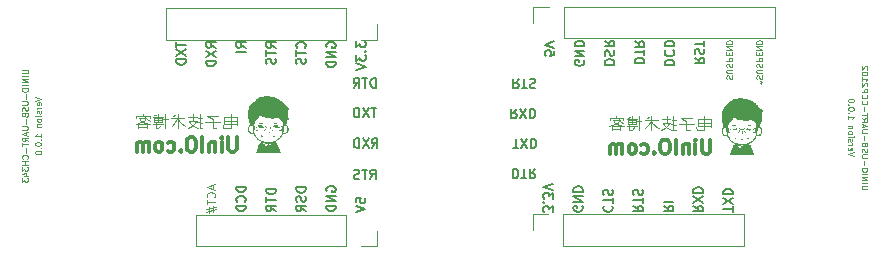
<source format=gbo>
%TF.GenerationSoftware,KiCad,Pcbnew,(6.0.8)*%
%TF.CreationDate,2022-10-12T14:39:18+08:00*%
%TF.ProjectId,UINIO-USB-UART,55494e49-4f2d-4555-9342-2d554152542e,Hank*%
%TF.SameCoordinates,Original*%
%TF.FileFunction,Legend,Bot*%
%TF.FilePolarity,Positive*%
%FSLAX46Y46*%
G04 Gerber Fmt 4.6, Leading zero omitted, Abs format (unit mm)*
G04 Created by KiCad (PCBNEW (6.0.8)) date 2022-10-12 14:39:18*
%MOMM*%
%LPD*%
G01*
G04 APERTURE LIST*
%ADD10C,0.100000*%
%ADD11C,0.200000*%
%ADD12C,0.300000*%
%ADD13C,0.120000*%
%ADD14C,1.200000*%
%ADD15C,0.650000*%
%ADD16O,2.100000X1.000000*%
%ADD17O,1.900000X1.000000*%
%ADD18O,1.200000X1.000000*%
%ADD19R,1.700000X1.700000*%
%ADD20O,1.700000X1.700000*%
G04 APERTURE END LIST*
D10*
X125886190Y-97367619D02*
X126386190Y-97534285D01*
X125886190Y-97700952D01*
X126362380Y-98058095D02*
X126386190Y-98010476D01*
X126386190Y-97915238D01*
X126362380Y-97867619D01*
X126314761Y-97843809D01*
X126124285Y-97843809D01*
X126076666Y-97867619D01*
X126052857Y-97915238D01*
X126052857Y-98010476D01*
X126076666Y-98058095D01*
X126124285Y-98081904D01*
X126171904Y-98081904D01*
X126219523Y-97843809D01*
X126386190Y-98296190D02*
X126052857Y-98296190D01*
X126148095Y-98296190D02*
X126100476Y-98320000D01*
X126076666Y-98343809D01*
X126052857Y-98391428D01*
X126052857Y-98439047D01*
X126362380Y-98581904D02*
X126386190Y-98629523D01*
X126386190Y-98724761D01*
X126362380Y-98772380D01*
X126314761Y-98796190D01*
X126290952Y-98796190D01*
X126243333Y-98772380D01*
X126219523Y-98724761D01*
X126219523Y-98653333D01*
X126195714Y-98605714D01*
X126148095Y-98581904D01*
X126124285Y-98581904D01*
X126076666Y-98605714D01*
X126052857Y-98653333D01*
X126052857Y-98724761D01*
X126076666Y-98772380D01*
X126386190Y-99010476D02*
X126052857Y-99010476D01*
X125886190Y-99010476D02*
X125910000Y-98986666D01*
X125933809Y-99010476D01*
X125910000Y-99034285D01*
X125886190Y-99010476D01*
X125933809Y-99010476D01*
X126386190Y-99320000D02*
X126362380Y-99272380D01*
X126338571Y-99248571D01*
X126290952Y-99224761D01*
X126148095Y-99224761D01*
X126100476Y-99248571D01*
X126076666Y-99272380D01*
X126052857Y-99320000D01*
X126052857Y-99391428D01*
X126076666Y-99439047D01*
X126100476Y-99462857D01*
X126148095Y-99486666D01*
X126290952Y-99486666D01*
X126338571Y-99462857D01*
X126362380Y-99439047D01*
X126386190Y-99391428D01*
X126386190Y-99320000D01*
X126052857Y-99700952D02*
X126386190Y-99700952D01*
X126100476Y-99700952D02*
X126076666Y-99724761D01*
X126052857Y-99772380D01*
X126052857Y-99843809D01*
X126076666Y-99891428D01*
X126124285Y-99915238D01*
X126386190Y-99915238D01*
X126386190Y-100796190D02*
X126386190Y-100510476D01*
X126386190Y-100653333D02*
X125886190Y-100653333D01*
X125957619Y-100605714D01*
X126005238Y-100558095D01*
X126029047Y-100510476D01*
X126338571Y-101010476D02*
X126362380Y-101034285D01*
X126386190Y-101010476D01*
X126362380Y-100986666D01*
X126338571Y-101010476D01*
X126386190Y-101010476D01*
X125886190Y-101343809D02*
X125886190Y-101391428D01*
X125910000Y-101439047D01*
X125933809Y-101462857D01*
X125981428Y-101486666D01*
X126076666Y-101510476D01*
X126195714Y-101510476D01*
X126290952Y-101486666D01*
X126338571Y-101462857D01*
X126362380Y-101439047D01*
X126386190Y-101391428D01*
X126386190Y-101343809D01*
X126362380Y-101296190D01*
X126338571Y-101272380D01*
X126290952Y-101248571D01*
X126195714Y-101224761D01*
X126076666Y-101224761D01*
X125981428Y-101248571D01*
X125933809Y-101272380D01*
X125910000Y-101296190D01*
X125886190Y-101343809D01*
X126338571Y-101724761D02*
X126362380Y-101748571D01*
X126386190Y-101724761D01*
X126362380Y-101700952D01*
X126338571Y-101724761D01*
X126386190Y-101724761D01*
X125886190Y-102058095D02*
X125886190Y-102105714D01*
X125910000Y-102153333D01*
X125933809Y-102177142D01*
X125981428Y-102200952D01*
X126076666Y-102224761D01*
X126195714Y-102224761D01*
X126290952Y-102200952D01*
X126338571Y-102177142D01*
X126362380Y-102153333D01*
X126386190Y-102105714D01*
X126386190Y-102058095D01*
X126362380Y-102010476D01*
X126338571Y-101986666D01*
X126290952Y-101962857D01*
X126195714Y-101939047D01*
X126076666Y-101939047D01*
X125981428Y-101962857D01*
X125933809Y-101986666D01*
X125910000Y-102010476D01*
X125886190Y-102058095D01*
X140904266Y-104849666D02*
X140904266Y-105183000D01*
X141104266Y-104783000D02*
X140404266Y-105016333D01*
X141104266Y-105249666D01*
X141037600Y-105883000D02*
X141070933Y-105849666D01*
X141104266Y-105749666D01*
X141104266Y-105683000D01*
X141070933Y-105583000D01*
X141004266Y-105516333D01*
X140937600Y-105483000D01*
X140804266Y-105449666D01*
X140704266Y-105449666D01*
X140570933Y-105483000D01*
X140504266Y-105516333D01*
X140437600Y-105583000D01*
X140404266Y-105683000D01*
X140404266Y-105749666D01*
X140437600Y-105849666D01*
X140470933Y-105883000D01*
X140404266Y-106083000D02*
X140404266Y-106483000D01*
X141104266Y-106283000D02*
X140404266Y-106283000D01*
X140637600Y-106683000D02*
X140637600Y-107183000D01*
X140337600Y-106883000D02*
X141237600Y-106683000D01*
X140937600Y-107116333D02*
X140937600Y-106616333D01*
X141237600Y-106916333D02*
X140337600Y-107116333D01*
D11*
X174067485Y-106603618D02*
X174029390Y-106641713D01*
X173991295Y-106755999D01*
X173991295Y-106832189D01*
X174029390Y-106946475D01*
X174105580Y-107022665D01*
X174181771Y-107060761D01*
X174334152Y-107098856D01*
X174448438Y-107098856D01*
X174600819Y-107060761D01*
X174677009Y-107022665D01*
X174753200Y-106946475D01*
X174791295Y-106832189D01*
X174791295Y-106755999D01*
X174753200Y-106641713D01*
X174715104Y-106603618D01*
X174791295Y-106375046D02*
X174791295Y-105917903D01*
X173991295Y-106146475D02*
X174791295Y-106146475D01*
X174029390Y-105689332D02*
X173991295Y-105575046D01*
X173991295Y-105384570D01*
X174029390Y-105308380D01*
X174067485Y-105270284D01*
X174143676Y-105232189D01*
X174219866Y-105232189D01*
X174296057Y-105270284D01*
X174334152Y-105308380D01*
X174372247Y-105384570D01*
X174410342Y-105536951D01*
X174448438Y-105613142D01*
X174486533Y-105651237D01*
X174562723Y-105689332D01*
X174638914Y-105689332D01*
X174715104Y-105651237D01*
X174753200Y-105613142D01*
X174791295Y-105536951D01*
X174791295Y-105346475D01*
X174753200Y-105232189D01*
X143711904Y-93219570D02*
X143330952Y-92952904D01*
X143711904Y-92762428D02*
X142911904Y-92762428D01*
X142911904Y-93067189D01*
X142950000Y-93143380D01*
X142988095Y-93181475D01*
X143064285Y-93219570D01*
X143178571Y-93219570D01*
X143254761Y-93181475D01*
X143292857Y-93143380D01*
X143330952Y-93067189D01*
X143330952Y-92762428D01*
X143711904Y-93562428D02*
X142911904Y-93562428D01*
X181738095Y-94088095D02*
X182119047Y-94354761D01*
X181738095Y-94545238D02*
X182538095Y-94545238D01*
X182538095Y-94240476D01*
X182500000Y-94164285D01*
X182461904Y-94126190D01*
X182385714Y-94088095D01*
X182271428Y-94088095D01*
X182195238Y-94126190D01*
X182157142Y-94164285D01*
X182119047Y-94240476D01*
X182119047Y-94545238D01*
X181776190Y-93783333D02*
X181738095Y-93669047D01*
X181738095Y-93478571D01*
X181776190Y-93402380D01*
X181814285Y-93364285D01*
X181890476Y-93326190D01*
X181966666Y-93326190D01*
X182042857Y-93364285D01*
X182080952Y-93402380D01*
X182119047Y-93478571D01*
X182157142Y-93630952D01*
X182195238Y-93707142D01*
X182233333Y-93745238D01*
X182309523Y-93783333D01*
X182385714Y-93783333D01*
X182461904Y-93745238D01*
X182500000Y-93707142D01*
X182538095Y-93630952D01*
X182538095Y-93440476D01*
X182500000Y-93326190D01*
X182538095Y-93097619D02*
X182538095Y-92640476D01*
X181738095Y-92869047D02*
X182538095Y-92869047D01*
D10*
X183105833Y-99563333D02*
X182010595Y-99563333D01*
X183105833Y-99849047D02*
X182010595Y-99849047D01*
X182534404Y-100182380D02*
X181915357Y-100182380D01*
X183105833Y-99230000D02*
X183105833Y-99944285D01*
X182534404Y-99039523D02*
X182534404Y-100182380D01*
X183105833Y-99230000D02*
X182010595Y-99230000D01*
X182010595Y-99849047D01*
X181867738Y-99944285D02*
X181915357Y-100182380D01*
X181629642Y-99658571D02*
X180391547Y-99658571D01*
X181296309Y-100182380D02*
X181010595Y-100182380D01*
X181010595Y-99420476D02*
X181010595Y-100182380D01*
X181486785Y-99182380D02*
X180534404Y-99182380D01*
X180677261Y-99277619D01*
X181010595Y-99420476D01*
X179677261Y-99277619D02*
X178962976Y-99277619D01*
X180153452Y-99325238D02*
X179772500Y-99325238D01*
X180105833Y-100182380D02*
X179962976Y-100182380D01*
X179915357Y-99039523D02*
X179915357Y-100182380D01*
X179343928Y-99039523D02*
X179343928Y-99563333D01*
X179582023Y-99563333D02*
X179486785Y-99801428D01*
X179248690Y-100039523D01*
X178915357Y-100182380D01*
X179677261Y-99563333D02*
X179010595Y-99563333D01*
X179105833Y-99753809D01*
X179343928Y-99991904D01*
X179772500Y-100182380D01*
X179724880Y-99658571D02*
X180153452Y-99753809D01*
X178629642Y-99372857D02*
X177486785Y-99372857D01*
X178058214Y-99039523D02*
X178058214Y-100182380D01*
X178010595Y-99468095D02*
X177534404Y-99991904D01*
X178105833Y-99372857D02*
X177867738Y-99610952D01*
X178486785Y-99896666D02*
X178677261Y-99991904D01*
X178058214Y-99325238D02*
X178153452Y-99563333D01*
X178534404Y-99944285D01*
X177867738Y-99087142D02*
X177677261Y-99182380D01*
X176820119Y-99230000D02*
X175962976Y-99230000D01*
X177201071Y-99420476D02*
X176820119Y-99420476D01*
X176724880Y-99515714D02*
X176058214Y-99515714D01*
X176724880Y-99706190D02*
X176058214Y-99706190D01*
X176820119Y-99849047D02*
X175962976Y-99849047D01*
X176391547Y-100182380D02*
X176201071Y-100182380D01*
X177010595Y-99039523D02*
X177010595Y-100182380D01*
X176724880Y-99372857D02*
X176724880Y-99706190D01*
X176391547Y-99039523D02*
X176391547Y-99706190D01*
X176201071Y-99706190D02*
X176201071Y-100182380D01*
X176724880Y-99372857D02*
X176058214Y-99372857D01*
X176058214Y-99706190D01*
X176629642Y-99944285D02*
X176486785Y-100087142D01*
X176248690Y-99087142D02*
X176058214Y-99134761D01*
X175439166Y-100134761D02*
X174724880Y-100134761D01*
X175677261Y-99182380D02*
X175677261Y-99325238D01*
X175439166Y-99801428D02*
X175439166Y-100182380D01*
X175105833Y-99039523D02*
X175105833Y-99182380D01*
X175582023Y-99849047D02*
X174724880Y-99849047D01*
X174724880Y-100182380D01*
X175677261Y-99182380D02*
X174534404Y-99182380D01*
X174534404Y-99325238D01*
X175296309Y-99277619D02*
X175486785Y-99468095D01*
X175677261Y-99563333D01*
X175343928Y-99372857D02*
X175201071Y-99563333D01*
X174962976Y-99706190D01*
X174486785Y-99849047D01*
X175343928Y-99372857D02*
X174772500Y-99372857D01*
X174962976Y-99563333D01*
X175296309Y-99753809D01*
X175724880Y-99849047D01*
D11*
X181611095Y-106603618D02*
X181992047Y-106870285D01*
X181611095Y-107060761D02*
X182411095Y-107060761D01*
X182411095Y-106755999D01*
X182373000Y-106679808D01*
X182334904Y-106641713D01*
X182258714Y-106603618D01*
X182144428Y-106603618D01*
X182068238Y-106641713D01*
X182030142Y-106679808D01*
X181992047Y-106755999D01*
X181992047Y-107060761D01*
X182411095Y-106336951D02*
X181611095Y-105803618D01*
X182411095Y-105803618D02*
X181611095Y-106336951D01*
X181611095Y-105498856D02*
X182411095Y-105498856D01*
X182411095Y-105308380D01*
X182373000Y-105194094D01*
X182296809Y-105117904D01*
X182220619Y-105079808D01*
X182068238Y-105041713D01*
X181953952Y-105041713D01*
X181801571Y-105079808D01*
X181725380Y-105117904D01*
X181649190Y-105194094D01*
X181611095Y-105308380D01*
X181611095Y-105498856D01*
D10*
X196353809Y-105212380D02*
X195949047Y-105212380D01*
X195901428Y-105188571D01*
X195877619Y-105164761D01*
X195853809Y-105117142D01*
X195853809Y-105021904D01*
X195877619Y-104974285D01*
X195901428Y-104950476D01*
X195949047Y-104926666D01*
X196353809Y-104926666D01*
X195853809Y-104688571D02*
X196353809Y-104688571D01*
X195853809Y-104450476D02*
X196353809Y-104450476D01*
X195853809Y-104164761D01*
X196353809Y-104164761D01*
X195853809Y-103926666D02*
X196353809Y-103926666D01*
X196353809Y-103593333D02*
X196353809Y-103498095D01*
X196330000Y-103450476D01*
X196282380Y-103402857D01*
X196187142Y-103379047D01*
X196020476Y-103379047D01*
X195925238Y-103402857D01*
X195877619Y-103450476D01*
X195853809Y-103498095D01*
X195853809Y-103593333D01*
X195877619Y-103640952D01*
X195925238Y-103688571D01*
X196020476Y-103712380D01*
X196187142Y-103712380D01*
X196282380Y-103688571D01*
X196330000Y-103640952D01*
X196353809Y-103593333D01*
X196044285Y-103164761D02*
X196044285Y-102783809D01*
X196353809Y-102545714D02*
X195949047Y-102545714D01*
X195901428Y-102521904D01*
X195877619Y-102498095D01*
X195853809Y-102450476D01*
X195853809Y-102355238D01*
X195877619Y-102307619D01*
X195901428Y-102283809D01*
X195949047Y-102260000D01*
X196353809Y-102260000D01*
X195877619Y-102045714D02*
X195853809Y-101974285D01*
X195853809Y-101855238D01*
X195877619Y-101807619D01*
X195901428Y-101783809D01*
X195949047Y-101760000D01*
X195996666Y-101760000D01*
X196044285Y-101783809D01*
X196068095Y-101807619D01*
X196091904Y-101855238D01*
X196115714Y-101950476D01*
X196139523Y-101998095D01*
X196163333Y-102021904D01*
X196210952Y-102045714D01*
X196258571Y-102045714D01*
X196306190Y-102021904D01*
X196330000Y-101998095D01*
X196353809Y-101950476D01*
X196353809Y-101831428D01*
X196330000Y-101760000D01*
X196115714Y-101379047D02*
X196091904Y-101307619D01*
X196068095Y-101283809D01*
X196020476Y-101260000D01*
X195949047Y-101260000D01*
X195901428Y-101283809D01*
X195877619Y-101307619D01*
X195853809Y-101355238D01*
X195853809Y-101545714D01*
X196353809Y-101545714D01*
X196353809Y-101379047D01*
X196330000Y-101331428D01*
X196306190Y-101307619D01*
X196258571Y-101283809D01*
X196210952Y-101283809D01*
X196163333Y-101307619D01*
X196139523Y-101331428D01*
X196115714Y-101379047D01*
X196115714Y-101545714D01*
X196044285Y-101045714D02*
X196044285Y-100664761D01*
X196353809Y-100426666D02*
X195949047Y-100426666D01*
X195901428Y-100402857D01*
X195877619Y-100379047D01*
X195853809Y-100331428D01*
X195853809Y-100236190D01*
X195877619Y-100188571D01*
X195901428Y-100164761D01*
X195949047Y-100140952D01*
X196353809Y-100140952D01*
X195996666Y-99926666D02*
X195996666Y-99688571D01*
X195853809Y-99974285D02*
X196353809Y-99807619D01*
X195853809Y-99640952D01*
X195853809Y-99188571D02*
X196091904Y-99355238D01*
X195853809Y-99474285D02*
X196353809Y-99474285D01*
X196353809Y-99283809D01*
X196330000Y-99236190D01*
X196306190Y-99212380D01*
X196258571Y-99188571D01*
X196187142Y-99188571D01*
X196139523Y-99212380D01*
X196115714Y-99236190D01*
X196091904Y-99283809D01*
X196091904Y-99474285D01*
X196353809Y-99045714D02*
X196353809Y-98760000D01*
X195853809Y-98902857D02*
X196353809Y-98902857D01*
X196044285Y-98593333D02*
X196044285Y-98212380D01*
X195901428Y-97688571D02*
X195877619Y-97712380D01*
X195853809Y-97783809D01*
X195853809Y-97831428D01*
X195877619Y-97902857D01*
X195925238Y-97950476D01*
X195972857Y-97974285D01*
X196068095Y-97998095D01*
X196139523Y-97998095D01*
X196234761Y-97974285D01*
X196282380Y-97950476D01*
X196330000Y-97902857D01*
X196353809Y-97831428D01*
X196353809Y-97783809D01*
X196330000Y-97712380D01*
X196306190Y-97688571D01*
X195901428Y-97188571D02*
X195877619Y-97212380D01*
X195853809Y-97283809D01*
X195853809Y-97331428D01*
X195877619Y-97402857D01*
X195925238Y-97450476D01*
X195972857Y-97474285D01*
X196068095Y-97498095D01*
X196139523Y-97498095D01*
X196234761Y-97474285D01*
X196282380Y-97450476D01*
X196330000Y-97402857D01*
X196353809Y-97331428D01*
X196353809Y-97283809D01*
X196330000Y-97212380D01*
X196306190Y-97188571D01*
X195853809Y-96974285D02*
X196353809Y-96974285D01*
X196353809Y-96783809D01*
X196330000Y-96736190D01*
X196306190Y-96712380D01*
X196258571Y-96688571D01*
X196187142Y-96688571D01*
X196139523Y-96712380D01*
X196115714Y-96736190D01*
X196091904Y-96783809D01*
X196091904Y-96974285D01*
X196306190Y-96498095D02*
X196330000Y-96474285D01*
X196353809Y-96426666D01*
X196353809Y-96307619D01*
X196330000Y-96260000D01*
X196306190Y-96236190D01*
X196258571Y-96212380D01*
X196210952Y-96212380D01*
X196139523Y-96236190D01*
X195853809Y-96521904D01*
X195853809Y-96212380D01*
X195853809Y-95736190D02*
X195853809Y-96021904D01*
X195853809Y-95879047D02*
X196353809Y-95879047D01*
X196282380Y-95926666D01*
X196234761Y-95974285D01*
X196210952Y-96021904D01*
X196353809Y-95426666D02*
X196353809Y-95379047D01*
X196330000Y-95331428D01*
X196306190Y-95307619D01*
X196258571Y-95283809D01*
X196163333Y-95260000D01*
X196044285Y-95260000D01*
X195949047Y-95283809D01*
X195901428Y-95307619D01*
X195877619Y-95331428D01*
X195853809Y-95379047D01*
X195853809Y-95426666D01*
X195877619Y-95474285D01*
X195901428Y-95498095D01*
X195949047Y-95521904D01*
X196044285Y-95545714D01*
X196163333Y-95545714D01*
X196258571Y-95521904D01*
X196306190Y-95498095D01*
X196330000Y-95474285D01*
X196353809Y-95426666D01*
X196306190Y-95069523D02*
X196330000Y-95045714D01*
X196353809Y-94998095D01*
X196353809Y-94879047D01*
X196330000Y-94831428D01*
X196306190Y-94807619D01*
X196258571Y-94783809D01*
X196210952Y-94783809D01*
X196139523Y-94807619D01*
X195853809Y-95093333D01*
X195853809Y-94783809D01*
D11*
X184938095Y-107109523D02*
X184938095Y-106652380D01*
X184138095Y-106880952D02*
X184938095Y-106880952D01*
X184938095Y-106461904D02*
X184138095Y-105928571D01*
X184938095Y-105928571D02*
X184138095Y-106461904D01*
X184138095Y-105623809D02*
X184938095Y-105623809D01*
X184938095Y-105433333D01*
X184900000Y-105319047D01*
X184823809Y-105242857D01*
X184747619Y-105204761D01*
X184595238Y-105166666D01*
X184480952Y-105166666D01*
X184328571Y-105204761D01*
X184252380Y-105242857D01*
X184176190Y-105319047D01*
X184138095Y-105433333D01*
X184138095Y-105623809D01*
X166647476Y-98371095D02*
X166380810Y-98752047D01*
X166190333Y-98371095D02*
X166190333Y-99171095D01*
X166495095Y-99171095D01*
X166571286Y-99133000D01*
X166609381Y-99094904D01*
X166647476Y-99018714D01*
X166647476Y-98904428D01*
X166609381Y-98828238D01*
X166571286Y-98790142D01*
X166495095Y-98752047D01*
X166190333Y-98752047D01*
X166914143Y-99171095D02*
X167447476Y-98371095D01*
X167447476Y-99171095D02*
X166914143Y-98371095D01*
X167752238Y-98371095D02*
X167752238Y-99171095D01*
X167942714Y-99171095D01*
X168057000Y-99133000D01*
X168133190Y-99056809D01*
X168171286Y-98980619D01*
X168209381Y-98828238D01*
X168209381Y-98713952D01*
X168171286Y-98561571D01*
X168133190Y-98485380D01*
X168057000Y-98409190D01*
X167942714Y-98371095D01*
X167752238Y-98371095D01*
X153070304Y-92686237D02*
X153070304Y-93181475D01*
X153375066Y-92914809D01*
X153375066Y-93029094D01*
X153413161Y-93105285D01*
X153451257Y-93143380D01*
X153527447Y-93181475D01*
X153717923Y-93181475D01*
X153794114Y-93143380D01*
X153832209Y-93105285D01*
X153870304Y-93029094D01*
X153870304Y-92800523D01*
X153832209Y-92724332D01*
X153794114Y-92686237D01*
X153794114Y-93524332D02*
X153832209Y-93562428D01*
X153870304Y-93524332D01*
X153832209Y-93486237D01*
X153794114Y-93524332D01*
X153870304Y-93524332D01*
X153070304Y-93829094D02*
X153070304Y-94324332D01*
X153375066Y-94057666D01*
X153375066Y-94171951D01*
X153413161Y-94248142D01*
X153451257Y-94286237D01*
X153527447Y-94324332D01*
X153717923Y-94324332D01*
X153794114Y-94286237D01*
X153832209Y-94248142D01*
X153870304Y-94171951D01*
X153870304Y-93943380D01*
X153832209Y-93867190D01*
X153794114Y-93829094D01*
X153070304Y-94552904D02*
X153870304Y-94819570D01*
X153070304Y-95086237D01*
X146251904Y-105180618D02*
X145451904Y-105180618D01*
X145451904Y-105371094D01*
X145490000Y-105485380D01*
X145566190Y-105561570D01*
X145642380Y-105599665D01*
X145794761Y-105637761D01*
X145909047Y-105637761D01*
X146061428Y-105599665D01*
X146137619Y-105561570D01*
X146213809Y-105485380D01*
X146251904Y-105371094D01*
X146251904Y-105180618D01*
X145451904Y-105866332D02*
X145451904Y-106323475D01*
X146251904Y-106094904D02*
X145451904Y-106094904D01*
X146251904Y-107047284D02*
X145870952Y-106780618D01*
X146251904Y-106590142D02*
X145451904Y-106590142D01*
X145451904Y-106894904D01*
X145490000Y-106971094D01*
X145528095Y-107009189D01*
X145604285Y-107047284D01*
X145718571Y-107047284D01*
X145794761Y-107009189D01*
X145832857Y-106971094D01*
X145870952Y-106894904D01*
X145870952Y-106590142D01*
X174103095Y-94660476D02*
X174903095Y-94660476D01*
X174903095Y-94470000D01*
X174865000Y-94355714D01*
X174788809Y-94279523D01*
X174712619Y-94241428D01*
X174560238Y-94203333D01*
X174445952Y-94203333D01*
X174293571Y-94241428D01*
X174217380Y-94279523D01*
X174141190Y-94355714D01*
X174103095Y-94470000D01*
X174103095Y-94660476D01*
X174141190Y-93898571D02*
X174103095Y-93784285D01*
X174103095Y-93593809D01*
X174141190Y-93517619D01*
X174179285Y-93479523D01*
X174255476Y-93441428D01*
X174331666Y-93441428D01*
X174407857Y-93479523D01*
X174445952Y-93517619D01*
X174484047Y-93593809D01*
X174522142Y-93746190D01*
X174560238Y-93822380D01*
X174598333Y-93860476D01*
X174674523Y-93898571D01*
X174750714Y-93898571D01*
X174826904Y-93860476D01*
X174865000Y-93822380D01*
X174903095Y-93746190D01*
X174903095Y-93555714D01*
X174865000Y-93441428D01*
X174103095Y-92641428D02*
X174484047Y-92908095D01*
X174103095Y-93098571D02*
X174903095Y-93098571D01*
X174903095Y-92793809D01*
X174865000Y-92717619D01*
X174826904Y-92679523D01*
X174750714Y-92641428D01*
X174636428Y-92641428D01*
X174560238Y-92679523D01*
X174522142Y-92717619D01*
X174484047Y-92793809D01*
X174484047Y-93098571D01*
X150570000Y-105371095D02*
X150531904Y-105294904D01*
X150531904Y-105180619D01*
X150570000Y-105066333D01*
X150646190Y-104990142D01*
X150722380Y-104952047D01*
X150874761Y-104913952D01*
X150989047Y-104913952D01*
X151141428Y-104952047D01*
X151217619Y-104990142D01*
X151293809Y-105066333D01*
X151331904Y-105180619D01*
X151331904Y-105256809D01*
X151293809Y-105371095D01*
X151255714Y-105409190D01*
X150989047Y-105409190D01*
X150989047Y-105256809D01*
X151331904Y-105752047D02*
X150531904Y-105752047D01*
X151331904Y-106209190D01*
X150531904Y-106209190D01*
X151331904Y-106590142D02*
X150531904Y-106590142D01*
X150531904Y-106780619D01*
X150570000Y-106894904D01*
X150646190Y-106971095D01*
X150722380Y-107009190D01*
X150874761Y-107047285D01*
X150989047Y-107047285D01*
X151141428Y-107009190D01*
X151217619Y-106971095D01*
X151293809Y-106894904D01*
X151331904Y-106780619D01*
X151331904Y-106590142D01*
X154248095Y-104331904D02*
X154514761Y-103950952D01*
X154705238Y-104331904D02*
X154705238Y-103531904D01*
X154400476Y-103531904D01*
X154324285Y-103570000D01*
X154286190Y-103608095D01*
X154248095Y-103684285D01*
X154248095Y-103798571D01*
X154286190Y-103874761D01*
X154324285Y-103912857D01*
X154400476Y-103950952D01*
X154705238Y-103950952D01*
X154019523Y-103531904D02*
X153562380Y-103531904D01*
X153790952Y-104331904D02*
X153790952Y-103531904D01*
X153333809Y-104293809D02*
X153219523Y-104331904D01*
X153029047Y-104331904D01*
X152952857Y-104293809D01*
X152914761Y-104255714D01*
X152876666Y-104179523D01*
X152876666Y-104103333D01*
X152914761Y-104027142D01*
X152952857Y-103989047D01*
X153029047Y-103950952D01*
X153181428Y-103912857D01*
X153257619Y-103874761D01*
X153295714Y-103836666D01*
X153333809Y-103760476D01*
X153333809Y-103684285D01*
X153295714Y-103608095D01*
X153257619Y-103570000D01*
X153181428Y-103531904D01*
X152990952Y-103531904D01*
X152876666Y-103570000D01*
D10*
X124776190Y-95093809D02*
X125180952Y-95093809D01*
X125228571Y-95117619D01*
X125252380Y-95141428D01*
X125276190Y-95189047D01*
X125276190Y-95284285D01*
X125252380Y-95331904D01*
X125228571Y-95355714D01*
X125180952Y-95379523D01*
X124776190Y-95379523D01*
X125276190Y-95617619D02*
X124776190Y-95617619D01*
X125276190Y-95855714D02*
X124776190Y-95855714D01*
X125276190Y-96141428D01*
X124776190Y-96141428D01*
X125276190Y-96379523D02*
X124776190Y-96379523D01*
X124776190Y-96712857D02*
X124776190Y-96808095D01*
X124800000Y-96855714D01*
X124847619Y-96903333D01*
X124942857Y-96927142D01*
X125109523Y-96927142D01*
X125204761Y-96903333D01*
X125252380Y-96855714D01*
X125276190Y-96808095D01*
X125276190Y-96712857D01*
X125252380Y-96665238D01*
X125204761Y-96617619D01*
X125109523Y-96593809D01*
X124942857Y-96593809D01*
X124847619Y-96617619D01*
X124800000Y-96665238D01*
X124776190Y-96712857D01*
X125085714Y-97141428D02*
X125085714Y-97522380D01*
X124776190Y-97760476D02*
X125180952Y-97760476D01*
X125228571Y-97784285D01*
X125252380Y-97808095D01*
X125276190Y-97855714D01*
X125276190Y-97950952D01*
X125252380Y-97998571D01*
X125228571Y-98022380D01*
X125180952Y-98046190D01*
X124776190Y-98046190D01*
X125252380Y-98260476D02*
X125276190Y-98331904D01*
X125276190Y-98450952D01*
X125252380Y-98498571D01*
X125228571Y-98522380D01*
X125180952Y-98546190D01*
X125133333Y-98546190D01*
X125085714Y-98522380D01*
X125061904Y-98498571D01*
X125038095Y-98450952D01*
X125014285Y-98355714D01*
X124990476Y-98308095D01*
X124966666Y-98284285D01*
X124919047Y-98260476D01*
X124871428Y-98260476D01*
X124823809Y-98284285D01*
X124800000Y-98308095D01*
X124776190Y-98355714D01*
X124776190Y-98474761D01*
X124800000Y-98546190D01*
X125014285Y-98927142D02*
X125038095Y-98998571D01*
X125061904Y-99022380D01*
X125109523Y-99046190D01*
X125180952Y-99046190D01*
X125228571Y-99022380D01*
X125252380Y-98998571D01*
X125276190Y-98950952D01*
X125276190Y-98760476D01*
X124776190Y-98760476D01*
X124776190Y-98927142D01*
X124800000Y-98974761D01*
X124823809Y-98998571D01*
X124871428Y-99022380D01*
X124919047Y-99022380D01*
X124966666Y-98998571D01*
X124990476Y-98974761D01*
X125014285Y-98927142D01*
X125014285Y-98760476D01*
X125085714Y-99260476D02*
X125085714Y-99641428D01*
X124776190Y-99879523D02*
X125180952Y-99879523D01*
X125228571Y-99903333D01*
X125252380Y-99927142D01*
X125276190Y-99974761D01*
X125276190Y-100070000D01*
X125252380Y-100117619D01*
X125228571Y-100141428D01*
X125180952Y-100165238D01*
X124776190Y-100165238D01*
X125133333Y-100379523D02*
X125133333Y-100617619D01*
X125276190Y-100331904D02*
X124776190Y-100498571D01*
X125276190Y-100665238D01*
X125276190Y-101117619D02*
X125038095Y-100950952D01*
X125276190Y-100831904D02*
X124776190Y-100831904D01*
X124776190Y-101022380D01*
X124800000Y-101070000D01*
X124823809Y-101093809D01*
X124871428Y-101117619D01*
X124942857Y-101117619D01*
X124990476Y-101093809D01*
X125014285Y-101070000D01*
X125038095Y-101022380D01*
X125038095Y-100831904D01*
X124776190Y-101260476D02*
X124776190Y-101546190D01*
X125276190Y-101403333D02*
X124776190Y-101403333D01*
X125085714Y-101712857D02*
X125085714Y-102093809D01*
X125228571Y-102617619D02*
X125252380Y-102593809D01*
X125276190Y-102522380D01*
X125276190Y-102474761D01*
X125252380Y-102403333D01*
X125204761Y-102355714D01*
X125157142Y-102331904D01*
X125061904Y-102308095D01*
X124990476Y-102308095D01*
X124895238Y-102331904D01*
X124847619Y-102355714D01*
X124800000Y-102403333D01*
X124776190Y-102474761D01*
X124776190Y-102522380D01*
X124800000Y-102593809D01*
X124823809Y-102617619D01*
X125276190Y-102831904D02*
X124776190Y-102831904D01*
X125014285Y-102831904D02*
X125014285Y-103117619D01*
X125276190Y-103117619D02*
X124776190Y-103117619D01*
X124776190Y-103308095D02*
X124776190Y-103617619D01*
X124966666Y-103450952D01*
X124966666Y-103522380D01*
X124990476Y-103570000D01*
X125014285Y-103593809D01*
X125061904Y-103617619D01*
X125180952Y-103617619D01*
X125228571Y-103593809D01*
X125252380Y-103570000D01*
X125276190Y-103522380D01*
X125276190Y-103379523D01*
X125252380Y-103331904D01*
X125228571Y-103308095D01*
X124942857Y-104046190D02*
X125276190Y-104046190D01*
X124752380Y-103927142D02*
X125109523Y-103808095D01*
X125109523Y-104117619D01*
X124776190Y-104260476D02*
X124776190Y-104570000D01*
X124966666Y-104403333D01*
X124966666Y-104474761D01*
X124990476Y-104522380D01*
X125014285Y-104546190D01*
X125061904Y-104570000D01*
X125180952Y-104570000D01*
X125228571Y-104546190D01*
X125252380Y-104522380D01*
X125276190Y-104474761D01*
X125276190Y-104331904D01*
X125252380Y-104284285D01*
X125228571Y-104260476D01*
D11*
X146260304Y-93219571D02*
X145879352Y-92952905D01*
X146260304Y-92762428D02*
X145460304Y-92762428D01*
X145460304Y-93067190D01*
X145498400Y-93143381D01*
X145536495Y-93181476D01*
X145612685Y-93219571D01*
X145726971Y-93219571D01*
X145803161Y-93181476D01*
X145841257Y-93143381D01*
X145879352Y-93067190D01*
X145879352Y-92762428D01*
X145460304Y-93448143D02*
X145460304Y-93905286D01*
X146260304Y-93676714D02*
X145460304Y-93676714D01*
X146222209Y-94133857D02*
X146260304Y-94248143D01*
X146260304Y-94438619D01*
X146222209Y-94514809D01*
X146184114Y-94552905D01*
X146107923Y-94591000D01*
X146031733Y-94591000D01*
X145955542Y-94552905D01*
X145917447Y-94514809D01*
X145879352Y-94438619D01*
X145841257Y-94286238D01*
X145803161Y-94210047D01*
X145765066Y-94171952D01*
X145688876Y-94133857D01*
X145612685Y-94133857D01*
X145536495Y-94171952D01*
X145498400Y-94210047D01*
X145460304Y-94286238D01*
X145460304Y-94476714D01*
X145498400Y-94591000D01*
X176660395Y-94531381D02*
X177460395Y-94531381D01*
X177460395Y-94340905D01*
X177422300Y-94226619D01*
X177346109Y-94150429D01*
X177269919Y-94112334D01*
X177117538Y-94074238D01*
X177003252Y-94074238D01*
X176850871Y-94112334D01*
X176774680Y-94150429D01*
X176698490Y-94226619D01*
X176660395Y-94340905D01*
X176660395Y-94531381D01*
X177460395Y-93845667D02*
X177460395Y-93388524D01*
X176660395Y-93617096D02*
X177460395Y-93617096D01*
X176660395Y-92664715D02*
X177041347Y-92931381D01*
X176660395Y-93121857D02*
X177460395Y-93121857D01*
X177460395Y-92817096D01*
X177422300Y-92740905D01*
X177384204Y-92702810D01*
X177308014Y-92664715D01*
X177193728Y-92664715D01*
X177117538Y-92702810D01*
X177079442Y-92740905D01*
X177041347Y-92817096D01*
X177041347Y-93121857D01*
X166342714Y-103471095D02*
X166342714Y-104271095D01*
X166533190Y-104271095D01*
X166647476Y-104233000D01*
X166723666Y-104156809D01*
X166761761Y-104080619D01*
X166799857Y-103928238D01*
X166799857Y-103813952D01*
X166761761Y-103661571D01*
X166723666Y-103585380D01*
X166647476Y-103509190D01*
X166533190Y-103471095D01*
X166342714Y-103471095D01*
X167028428Y-104271095D02*
X167485571Y-104271095D01*
X167257000Y-103471095D02*
X167257000Y-104271095D01*
X168209380Y-103471095D02*
X167942714Y-103852047D01*
X167752238Y-103471095D02*
X167752238Y-104271095D01*
X168057000Y-104271095D01*
X168133190Y-104233000D01*
X168171285Y-104194904D01*
X168209380Y-104118714D01*
X168209380Y-104004428D01*
X168171285Y-103928238D01*
X168133190Y-103890142D01*
X168057000Y-103852047D01*
X167752238Y-103852047D01*
X179200395Y-94709523D02*
X180000395Y-94709523D01*
X180000395Y-94519047D01*
X179962300Y-94404761D01*
X179886109Y-94328571D01*
X179809919Y-94290476D01*
X179657538Y-94252380D01*
X179543252Y-94252380D01*
X179390871Y-94290476D01*
X179314680Y-94328571D01*
X179238490Y-94404761D01*
X179200395Y-94519047D01*
X179200395Y-94709523D01*
X179276585Y-93452380D02*
X179238490Y-93490476D01*
X179200395Y-93604761D01*
X179200395Y-93680952D01*
X179238490Y-93795238D01*
X179314680Y-93871428D01*
X179390871Y-93909523D01*
X179543252Y-93947619D01*
X179657538Y-93947619D01*
X179809919Y-93909523D01*
X179886109Y-93871428D01*
X179962300Y-93795238D01*
X180000395Y-93680952D01*
X180000395Y-93604761D01*
X179962300Y-93490476D01*
X179924204Y-93452380D01*
X179200395Y-93109523D02*
X180000395Y-93109523D01*
X180000395Y-92919047D01*
X179962300Y-92804761D01*
X179886109Y-92728571D01*
X179809919Y-92690476D01*
X179657538Y-92652380D01*
X179543252Y-92652380D01*
X179390871Y-92690476D01*
X179314680Y-92728571D01*
X179238490Y-92804761D01*
X179200395Y-92919047D01*
X179200395Y-93109523D01*
X179118095Y-106622857D02*
X179499047Y-106889523D01*
X179118095Y-107080000D02*
X179918095Y-107080000D01*
X179918095Y-106775238D01*
X179880000Y-106699047D01*
X179841904Y-106660952D01*
X179765714Y-106622857D01*
X179651428Y-106622857D01*
X179575238Y-106660952D01*
X179537142Y-106699047D01*
X179499047Y-106775238D01*
X179499047Y-107080000D01*
X179118095Y-106280000D02*
X179918095Y-106280000D01*
D10*
X184422619Y-95850952D02*
X184398809Y-95779523D01*
X184398809Y-95660476D01*
X184422619Y-95612857D01*
X184446428Y-95589047D01*
X184494047Y-95565238D01*
X184541666Y-95565238D01*
X184589285Y-95589047D01*
X184613095Y-95612857D01*
X184636904Y-95660476D01*
X184660714Y-95755714D01*
X184684523Y-95803333D01*
X184708333Y-95827142D01*
X184755952Y-95850952D01*
X184803571Y-95850952D01*
X184851190Y-95827142D01*
X184875000Y-95803333D01*
X184898809Y-95755714D01*
X184898809Y-95636666D01*
X184875000Y-95565238D01*
X184898809Y-95350952D02*
X184494047Y-95350952D01*
X184446428Y-95327142D01*
X184422619Y-95303333D01*
X184398809Y-95255714D01*
X184398809Y-95160476D01*
X184422619Y-95112857D01*
X184446428Y-95089047D01*
X184494047Y-95065238D01*
X184898809Y-95065238D01*
X184422619Y-94850952D02*
X184398809Y-94779523D01*
X184398809Y-94660476D01*
X184422619Y-94612857D01*
X184446428Y-94589047D01*
X184494047Y-94565238D01*
X184541666Y-94565238D01*
X184589285Y-94589047D01*
X184613095Y-94612857D01*
X184636904Y-94660476D01*
X184660714Y-94755714D01*
X184684523Y-94803333D01*
X184708333Y-94827142D01*
X184755952Y-94850952D01*
X184803571Y-94850952D01*
X184851190Y-94827142D01*
X184875000Y-94803333D01*
X184898809Y-94755714D01*
X184898809Y-94636666D01*
X184875000Y-94565238D01*
X184398809Y-94350952D02*
X184898809Y-94350952D01*
X184898809Y-94160476D01*
X184875000Y-94112857D01*
X184851190Y-94089047D01*
X184803571Y-94065238D01*
X184732142Y-94065238D01*
X184684523Y-94089047D01*
X184660714Y-94112857D01*
X184636904Y-94160476D01*
X184636904Y-94350952D01*
X184660714Y-93850952D02*
X184660714Y-93684285D01*
X184398809Y-93612857D02*
X184398809Y-93850952D01*
X184898809Y-93850952D01*
X184898809Y-93612857D01*
X184398809Y-93398571D02*
X184898809Y-93398571D01*
X184398809Y-93112857D01*
X184898809Y-93112857D01*
X184398809Y-92874761D02*
X184898809Y-92874761D01*
X184898809Y-92755714D01*
X184875000Y-92684285D01*
X184827380Y-92636666D01*
X184779761Y-92612857D01*
X184684523Y-92589047D01*
X184613095Y-92589047D01*
X184517857Y-92612857D01*
X184470238Y-92636666D01*
X184422619Y-92684285D01*
X184398809Y-92755714D01*
X184398809Y-92874761D01*
D12*
X183041071Y-100992857D02*
X183041071Y-101964285D01*
X182983928Y-102078571D01*
X182926785Y-102135714D01*
X182812500Y-102192857D01*
X182583928Y-102192857D01*
X182469642Y-102135714D01*
X182412500Y-102078571D01*
X182355357Y-101964285D01*
X182355357Y-100992857D01*
X181783928Y-102192857D02*
X181783928Y-101392857D01*
X181783928Y-100992857D02*
X181841071Y-101050000D01*
X181783928Y-101107142D01*
X181726785Y-101050000D01*
X181783928Y-100992857D01*
X181783928Y-101107142D01*
X181212500Y-101392857D02*
X181212500Y-102192857D01*
X181212500Y-101507142D02*
X181155357Y-101450000D01*
X181041071Y-101392857D01*
X180869642Y-101392857D01*
X180755357Y-101450000D01*
X180698214Y-101564285D01*
X180698214Y-102192857D01*
X180126785Y-102192857D02*
X180126785Y-100992857D01*
X179326785Y-100992857D02*
X179098214Y-100992857D01*
X178983928Y-101050000D01*
X178869642Y-101164285D01*
X178812500Y-101392857D01*
X178812500Y-101792857D01*
X178869642Y-102021428D01*
X178983928Y-102135714D01*
X179098214Y-102192857D01*
X179326785Y-102192857D01*
X179441071Y-102135714D01*
X179555357Y-102021428D01*
X179612500Y-101792857D01*
X179612500Y-101392857D01*
X179555357Y-101164285D01*
X179441071Y-101050000D01*
X179326785Y-100992857D01*
X178298214Y-102078571D02*
X178241071Y-102135714D01*
X178298214Y-102192857D01*
X178355357Y-102135714D01*
X178298214Y-102078571D01*
X178298214Y-102192857D01*
X177212500Y-102135714D02*
X177326785Y-102192857D01*
X177555357Y-102192857D01*
X177669642Y-102135714D01*
X177726785Y-102078571D01*
X177783928Y-101964285D01*
X177783928Y-101621428D01*
X177726785Y-101507142D01*
X177669642Y-101450000D01*
X177555357Y-101392857D01*
X177326785Y-101392857D01*
X177212500Y-101450000D01*
X176526785Y-102192857D02*
X176641071Y-102135714D01*
X176698214Y-102078571D01*
X176755357Y-101964285D01*
X176755357Y-101621428D01*
X176698214Y-101507142D01*
X176641071Y-101450000D01*
X176526785Y-101392857D01*
X176355357Y-101392857D01*
X176241071Y-101450000D01*
X176183928Y-101507142D01*
X176126785Y-101621428D01*
X176126785Y-101964285D01*
X176183928Y-102078571D01*
X176241071Y-102135714D01*
X176355357Y-102192857D01*
X176526785Y-102192857D01*
X175612500Y-102192857D02*
X175612500Y-101392857D01*
X175612500Y-101507142D02*
X175555357Y-101450000D01*
X175441071Y-101392857D01*
X175269642Y-101392857D01*
X175155357Y-101450000D01*
X175098214Y-101564285D01*
X175098214Y-102192857D01*
X175098214Y-101564285D02*
X175041071Y-101450000D01*
X174926785Y-101392857D01*
X174755357Y-101392857D01*
X174641071Y-101450000D01*
X174583928Y-101564285D01*
X174583928Y-102192857D01*
D11*
X166350476Y-101748095D02*
X166807619Y-101748095D01*
X166579047Y-100948095D02*
X166579047Y-101748095D01*
X166998095Y-101748095D02*
X167531428Y-100948095D01*
X167531428Y-101748095D02*
X166998095Y-100948095D01*
X167836190Y-100948095D02*
X167836190Y-101748095D01*
X168026666Y-101748095D01*
X168140952Y-101710000D01*
X168217142Y-101633809D01*
X168255238Y-101557619D01*
X168293333Y-101405238D01*
X168293333Y-101290952D01*
X168255238Y-101138571D01*
X168217142Y-101062380D01*
X168140952Y-100986190D01*
X168026666Y-100948095D01*
X167836190Y-100948095D01*
D12*
X142938571Y-100812857D02*
X142938571Y-101784285D01*
X142881428Y-101898571D01*
X142824285Y-101955714D01*
X142710000Y-102012857D01*
X142481428Y-102012857D01*
X142367142Y-101955714D01*
X142310000Y-101898571D01*
X142252857Y-101784285D01*
X142252857Y-100812857D01*
X141681428Y-102012857D02*
X141681428Y-101212857D01*
X141681428Y-100812857D02*
X141738571Y-100870000D01*
X141681428Y-100927142D01*
X141624285Y-100870000D01*
X141681428Y-100812857D01*
X141681428Y-100927142D01*
X141110000Y-101212857D02*
X141110000Y-102012857D01*
X141110000Y-101327142D02*
X141052857Y-101270000D01*
X140938571Y-101212857D01*
X140767142Y-101212857D01*
X140652857Y-101270000D01*
X140595714Y-101384285D01*
X140595714Y-102012857D01*
X140024285Y-102012857D02*
X140024285Y-100812857D01*
X139224285Y-100812857D02*
X138995714Y-100812857D01*
X138881428Y-100870000D01*
X138767142Y-100984285D01*
X138710000Y-101212857D01*
X138710000Y-101612857D01*
X138767142Y-101841428D01*
X138881428Y-101955714D01*
X138995714Y-102012857D01*
X139224285Y-102012857D01*
X139338571Y-101955714D01*
X139452857Y-101841428D01*
X139510000Y-101612857D01*
X139510000Y-101212857D01*
X139452857Y-100984285D01*
X139338571Y-100870000D01*
X139224285Y-100812857D01*
X138195714Y-101898571D02*
X138138571Y-101955714D01*
X138195714Y-102012857D01*
X138252857Y-101955714D01*
X138195714Y-101898571D01*
X138195714Y-102012857D01*
X137110000Y-101955714D02*
X137224285Y-102012857D01*
X137452857Y-102012857D01*
X137567142Y-101955714D01*
X137624285Y-101898571D01*
X137681428Y-101784285D01*
X137681428Y-101441428D01*
X137624285Y-101327142D01*
X137567142Y-101270000D01*
X137452857Y-101212857D01*
X137224285Y-101212857D01*
X137110000Y-101270000D01*
X136424285Y-102012857D02*
X136538571Y-101955714D01*
X136595714Y-101898571D01*
X136652857Y-101784285D01*
X136652857Y-101441428D01*
X136595714Y-101327142D01*
X136538571Y-101270000D01*
X136424285Y-101212857D01*
X136252857Y-101212857D01*
X136138571Y-101270000D01*
X136081428Y-101327142D01*
X136024285Y-101441428D01*
X136024285Y-101784285D01*
X136081428Y-101898571D01*
X136138571Y-101955714D01*
X136252857Y-102012857D01*
X136424285Y-102012857D01*
X135510000Y-102012857D02*
X135510000Y-101212857D01*
X135510000Y-101327142D02*
X135452857Y-101270000D01*
X135338571Y-101212857D01*
X135167142Y-101212857D01*
X135052857Y-101270000D01*
X134995714Y-101384285D01*
X134995714Y-102012857D01*
X134995714Y-101384285D02*
X134938571Y-101270000D01*
X134824285Y-101212857D01*
X134652857Y-101212857D01*
X134538571Y-101270000D01*
X134481428Y-101384285D01*
X134481428Y-102012857D01*
D11*
X154402023Y-101703904D02*
X154668690Y-101322952D01*
X154859166Y-101703904D02*
X154859166Y-100903904D01*
X154554404Y-100903904D01*
X154478213Y-100942000D01*
X154440118Y-100980095D01*
X154402023Y-101056285D01*
X154402023Y-101170571D01*
X154440118Y-101246761D01*
X154478213Y-101284857D01*
X154554404Y-101322952D01*
X154859166Y-101322952D01*
X154135356Y-100903904D02*
X153602023Y-101703904D01*
X153602023Y-100903904D02*
X154135356Y-101703904D01*
X153297261Y-101703904D02*
X153297261Y-100903904D01*
X153106785Y-100903904D01*
X152992499Y-100942000D01*
X152916309Y-101018190D01*
X152878213Y-101094380D01*
X152840118Y-101246761D01*
X152840118Y-101361047D01*
X152878213Y-101513428D01*
X152916309Y-101589619D01*
X152992499Y-101665809D01*
X153106785Y-101703904D01*
X153297261Y-101703904D01*
D10*
X143003333Y-99383333D02*
X141908095Y-99383333D01*
X143003333Y-99669047D02*
X141908095Y-99669047D01*
X142431904Y-100002380D02*
X141812857Y-100002380D01*
X143003333Y-99050000D02*
X143003333Y-99764285D01*
X142431904Y-98859523D02*
X142431904Y-100002380D01*
X143003333Y-99050000D02*
X141908095Y-99050000D01*
X141908095Y-99669047D01*
X141765238Y-99764285D02*
X141812857Y-100002380D01*
X141527142Y-99478571D02*
X140289047Y-99478571D01*
X141193809Y-100002380D02*
X140908095Y-100002380D01*
X140908095Y-99240476D02*
X140908095Y-100002380D01*
X141384285Y-99002380D02*
X140431904Y-99002380D01*
X140574761Y-99097619D01*
X140908095Y-99240476D01*
X139574761Y-99097619D02*
X138860476Y-99097619D01*
X140050952Y-99145238D02*
X139670000Y-99145238D01*
X140003333Y-100002380D02*
X139860476Y-100002380D01*
X139812857Y-98859523D02*
X139812857Y-100002380D01*
X139241428Y-98859523D02*
X139241428Y-99383333D01*
X139479523Y-99383333D02*
X139384285Y-99621428D01*
X139146190Y-99859523D01*
X138812857Y-100002380D01*
X139574761Y-99383333D02*
X138908095Y-99383333D01*
X139003333Y-99573809D01*
X139241428Y-99811904D01*
X139670000Y-100002380D01*
X139622380Y-99478571D02*
X140050952Y-99573809D01*
X138527142Y-99192857D02*
X137384285Y-99192857D01*
X137955714Y-98859523D02*
X137955714Y-100002380D01*
X137908095Y-99288095D02*
X137431904Y-99811904D01*
X138003333Y-99192857D02*
X137765238Y-99430952D01*
X138384285Y-99716666D02*
X138574761Y-99811904D01*
X137955714Y-99145238D02*
X138050952Y-99383333D01*
X138431904Y-99764285D01*
X137765238Y-98907142D02*
X137574761Y-99002380D01*
X136717619Y-99050000D02*
X135860476Y-99050000D01*
X137098571Y-99240476D02*
X136717619Y-99240476D01*
X136622380Y-99335714D02*
X135955714Y-99335714D01*
X136622380Y-99526190D02*
X135955714Y-99526190D01*
X136717619Y-99669047D02*
X135860476Y-99669047D01*
X136289047Y-100002380D02*
X136098571Y-100002380D01*
X136908095Y-98859523D02*
X136908095Y-100002380D01*
X136622380Y-99192857D02*
X136622380Y-99526190D01*
X136289047Y-98859523D02*
X136289047Y-99526190D01*
X136098571Y-99526190D02*
X136098571Y-100002380D01*
X136622380Y-99192857D02*
X135955714Y-99192857D01*
X135955714Y-99526190D01*
X136527142Y-99764285D02*
X136384285Y-99907142D01*
X136146190Y-98907142D02*
X135955714Y-98954761D01*
X135336666Y-99954761D02*
X134622380Y-99954761D01*
X135574761Y-99002380D02*
X135574761Y-99145238D01*
X135336666Y-99621428D02*
X135336666Y-100002380D01*
X135003333Y-98859523D02*
X135003333Y-99002380D01*
X135479523Y-99669047D02*
X134622380Y-99669047D01*
X134622380Y-100002380D01*
X135574761Y-99002380D02*
X134431904Y-99002380D01*
X134431904Y-99145238D01*
X135193809Y-99097619D02*
X135384285Y-99288095D01*
X135574761Y-99383333D01*
X135241428Y-99192857D02*
X135098571Y-99383333D01*
X134860476Y-99526190D01*
X134384285Y-99669047D01*
X135241428Y-99192857D02*
X134670000Y-99192857D01*
X134860476Y-99383333D01*
X135193809Y-99573809D01*
X135622380Y-99669047D01*
D11*
X172325000Y-94299523D02*
X172363095Y-94375714D01*
X172363095Y-94490000D01*
X172325000Y-94604285D01*
X172248809Y-94680476D01*
X172172619Y-94718571D01*
X172020238Y-94756666D01*
X171905952Y-94756666D01*
X171753571Y-94718571D01*
X171677380Y-94680476D01*
X171601190Y-94604285D01*
X171563095Y-94490000D01*
X171563095Y-94413809D01*
X171601190Y-94299523D01*
X171639285Y-94261428D01*
X171905952Y-94261428D01*
X171905952Y-94413809D01*
X171563095Y-93918571D02*
X172363095Y-93918571D01*
X171563095Y-93461428D01*
X172363095Y-93461428D01*
X171563095Y-93080476D02*
X172363095Y-93080476D01*
X172363095Y-92890000D01*
X172325000Y-92775714D01*
X172248809Y-92699523D01*
X172172619Y-92661428D01*
X172020238Y-92623333D01*
X171905952Y-92623333D01*
X171753571Y-92661428D01*
X171677380Y-92699523D01*
X171601190Y-92775714D01*
X171563095Y-92890000D01*
X171563095Y-93080476D01*
X150568400Y-93181476D02*
X150530304Y-93105285D01*
X150530304Y-92991000D01*
X150568400Y-92876714D01*
X150644590Y-92800523D01*
X150720780Y-92762428D01*
X150873161Y-92724333D01*
X150987447Y-92724333D01*
X151139828Y-92762428D01*
X151216019Y-92800523D01*
X151292209Y-92876714D01*
X151330304Y-92991000D01*
X151330304Y-93067190D01*
X151292209Y-93181476D01*
X151254114Y-93219571D01*
X150987447Y-93219571D01*
X150987447Y-93067190D01*
X151330304Y-93562428D02*
X150530304Y-93562428D01*
X151330304Y-94019571D01*
X150530304Y-94019571D01*
X151330304Y-94400523D02*
X150530304Y-94400523D01*
X150530304Y-94591000D01*
X150568400Y-94705285D01*
X150644590Y-94781476D01*
X150720780Y-94819571D01*
X150873161Y-94857666D01*
X150987447Y-94857666D01*
X151139828Y-94819571D01*
X151216019Y-94781476D01*
X151292209Y-94705285D01*
X151330304Y-94591000D01*
X151330304Y-94400523D01*
X148715714Y-93219571D02*
X148753809Y-93181476D01*
X148791904Y-93067190D01*
X148791904Y-92991000D01*
X148753809Y-92876714D01*
X148677619Y-92800524D01*
X148601428Y-92762428D01*
X148449047Y-92724333D01*
X148334761Y-92724333D01*
X148182380Y-92762428D01*
X148106190Y-92800524D01*
X148030000Y-92876714D01*
X147991904Y-92991000D01*
X147991904Y-93067190D01*
X148030000Y-93181476D01*
X148068095Y-93219571D01*
X147991904Y-93448143D02*
X147991904Y-93905286D01*
X148791904Y-93676714D02*
X147991904Y-93676714D01*
X148753809Y-94133857D02*
X148791904Y-94248143D01*
X148791904Y-94438619D01*
X148753809Y-94514809D01*
X148715714Y-94552905D01*
X148639523Y-94591000D01*
X148563333Y-94591000D01*
X148487142Y-94552905D01*
X148449047Y-94514809D01*
X148410952Y-94438619D01*
X148372857Y-94286238D01*
X148334761Y-94210047D01*
X148296666Y-94171952D01*
X148220476Y-94133857D01*
X148144285Y-94133857D01*
X148068095Y-94171952D01*
X148030000Y-94210047D01*
X147991904Y-94286238D01*
X147991904Y-94476714D01*
X148030000Y-94591000D01*
D10*
X187445309Y-96136190D02*
X187326261Y-96136190D01*
X187373880Y-96255238D02*
X187326261Y-96136190D01*
X187373880Y-96017142D01*
X187231023Y-96207619D02*
X187326261Y-96136190D01*
X187231023Y-96064761D01*
X186969119Y-95850476D02*
X186945309Y-95779047D01*
X186945309Y-95660000D01*
X186969119Y-95612380D01*
X186992928Y-95588571D01*
X187040547Y-95564761D01*
X187088166Y-95564761D01*
X187135785Y-95588571D01*
X187159595Y-95612380D01*
X187183404Y-95660000D01*
X187207214Y-95755238D01*
X187231023Y-95802857D01*
X187254833Y-95826666D01*
X187302452Y-95850476D01*
X187350071Y-95850476D01*
X187397690Y-95826666D01*
X187421500Y-95802857D01*
X187445309Y-95755238D01*
X187445309Y-95636190D01*
X187421500Y-95564761D01*
X187445309Y-95350476D02*
X187040547Y-95350476D01*
X186992928Y-95326666D01*
X186969119Y-95302857D01*
X186945309Y-95255238D01*
X186945309Y-95160000D01*
X186969119Y-95112380D01*
X186992928Y-95088571D01*
X187040547Y-95064761D01*
X187445309Y-95064761D01*
X186969119Y-94850476D02*
X186945309Y-94779047D01*
X186945309Y-94660000D01*
X186969119Y-94612380D01*
X186992928Y-94588571D01*
X187040547Y-94564761D01*
X187088166Y-94564761D01*
X187135785Y-94588571D01*
X187159595Y-94612380D01*
X187183404Y-94660000D01*
X187207214Y-94755238D01*
X187231023Y-94802857D01*
X187254833Y-94826666D01*
X187302452Y-94850476D01*
X187350071Y-94850476D01*
X187397690Y-94826666D01*
X187421500Y-94802857D01*
X187445309Y-94755238D01*
X187445309Y-94636190D01*
X187421500Y-94564761D01*
X186945309Y-94350476D02*
X187445309Y-94350476D01*
X187445309Y-94160000D01*
X187421500Y-94112380D01*
X187397690Y-94088571D01*
X187350071Y-94064761D01*
X187278642Y-94064761D01*
X187231023Y-94088571D01*
X187207214Y-94112380D01*
X187183404Y-94160000D01*
X187183404Y-94350476D01*
X187207214Y-93850476D02*
X187207214Y-93683809D01*
X186945309Y-93612380D02*
X186945309Y-93850476D01*
X187445309Y-93850476D01*
X187445309Y-93612380D01*
X186945309Y-93398095D02*
X187445309Y-93398095D01*
X186945309Y-93112380D01*
X187445309Y-93112380D01*
X186945309Y-92874285D02*
X187445309Y-92874285D01*
X187445309Y-92755238D01*
X187421500Y-92683809D01*
X187373880Y-92636190D01*
X187326261Y-92612380D01*
X187231023Y-92588571D01*
X187159595Y-92588571D01*
X187064357Y-92612380D01*
X187016738Y-92636190D01*
X186969119Y-92683809D01*
X186945309Y-92755238D01*
X186945309Y-92874285D01*
D11*
X141160304Y-93219571D02*
X140779352Y-92952905D01*
X141160304Y-92762428D02*
X140360304Y-92762428D01*
X140360304Y-93067190D01*
X140398400Y-93143381D01*
X140436495Y-93181476D01*
X140512685Y-93219571D01*
X140626971Y-93219571D01*
X140703161Y-93181476D01*
X140741257Y-93143381D01*
X140779352Y-93067190D01*
X140779352Y-92762428D01*
X140360304Y-93486238D02*
X141160304Y-94019571D01*
X140360304Y-94019571D02*
X141160304Y-93486238D01*
X141160304Y-94324333D02*
X140360304Y-94324333D01*
X140360304Y-94514809D01*
X140398400Y-94629095D01*
X140474590Y-94705285D01*
X140550780Y-94743381D01*
X140703161Y-94781476D01*
X140817447Y-94781476D01*
X140969828Y-94743381D01*
X141046019Y-94705285D01*
X141122209Y-94629095D01*
X141160304Y-94514809D01*
X141160304Y-94324333D01*
X169831895Y-93492380D02*
X169831895Y-93873333D01*
X169450942Y-93911428D01*
X169489038Y-93873333D01*
X169527133Y-93797142D01*
X169527133Y-93606666D01*
X169489038Y-93530476D01*
X169450942Y-93492380D01*
X169374752Y-93454285D01*
X169184276Y-93454285D01*
X169108085Y-93492380D01*
X169069990Y-93530476D01*
X169031895Y-93606666D01*
X169031895Y-93797142D01*
X169069990Y-93873333D01*
X169108085Y-93911428D01*
X169831895Y-93225714D02*
X169031895Y-92959047D01*
X169831895Y-92692380D01*
X154706785Y-96603904D02*
X154706785Y-95803904D01*
X154516309Y-95803904D01*
X154402023Y-95842000D01*
X154325833Y-95918190D01*
X154287738Y-95994380D01*
X154249642Y-96146761D01*
X154249642Y-96261047D01*
X154287738Y-96413428D01*
X154325833Y-96489619D01*
X154402023Y-96565809D01*
X154516309Y-96603904D01*
X154706785Y-96603904D01*
X154021071Y-95803904D02*
X153563928Y-95803904D01*
X153792500Y-96603904D02*
X153792500Y-95803904D01*
X152840119Y-96603904D02*
X153106785Y-96222952D01*
X153297261Y-96603904D02*
X153297261Y-95803904D01*
X152992500Y-95803904D01*
X152916309Y-95842000D01*
X152878214Y-95880095D01*
X152840119Y-95956285D01*
X152840119Y-96070571D01*
X152878214Y-96146761D01*
X152916309Y-96184857D01*
X152992500Y-96222952D01*
X153297261Y-96222952D01*
X148791904Y-105028237D02*
X147991904Y-105028237D01*
X147991904Y-105218714D01*
X148030000Y-105332999D01*
X148106190Y-105409190D01*
X148182380Y-105447285D01*
X148334761Y-105485380D01*
X148449047Y-105485380D01*
X148601428Y-105447285D01*
X148677619Y-105409190D01*
X148753809Y-105332999D01*
X148791904Y-105218714D01*
X148791904Y-105028237D01*
X148753809Y-105790142D02*
X148791904Y-105904428D01*
X148791904Y-106094904D01*
X148753809Y-106171094D01*
X148715714Y-106209190D01*
X148639523Y-106247285D01*
X148563333Y-106247285D01*
X148487142Y-106209190D01*
X148449047Y-106171094D01*
X148410952Y-106094904D01*
X148372857Y-105942523D01*
X148334761Y-105866333D01*
X148296666Y-105828237D01*
X148220476Y-105790142D01*
X148144285Y-105790142D01*
X148068095Y-105828237D01*
X148030000Y-105866333D01*
X147991904Y-105942523D01*
X147991904Y-106132999D01*
X148030000Y-106247285D01*
X148791904Y-107047285D02*
X148410952Y-106780618D01*
X148791904Y-106590142D02*
X147991904Y-106590142D01*
X147991904Y-106894904D01*
X148030000Y-106971094D01*
X148068095Y-107009190D01*
X148144285Y-107047285D01*
X148258571Y-107047285D01*
X148334761Y-107009190D01*
X148372857Y-106971094D01*
X148410952Y-106894904D01*
X148410952Y-106590142D01*
X172213200Y-106641713D02*
X172251295Y-106717904D01*
X172251295Y-106832190D01*
X172213200Y-106946475D01*
X172137009Y-107022666D01*
X172060819Y-107060761D01*
X171908438Y-107098856D01*
X171794152Y-107098856D01*
X171641771Y-107060761D01*
X171565580Y-107022666D01*
X171489390Y-106946475D01*
X171451295Y-106832190D01*
X171451295Y-106755999D01*
X171489390Y-106641713D01*
X171527485Y-106603618D01*
X171794152Y-106603618D01*
X171794152Y-106755999D01*
X171451295Y-106260761D02*
X172251295Y-106260761D01*
X171451295Y-105803618D01*
X172251295Y-105803618D01*
X171451295Y-105422666D02*
X172251295Y-105422666D01*
X172251295Y-105232190D01*
X172213200Y-105117904D01*
X172137009Y-105041713D01*
X172060819Y-105003618D01*
X171908438Y-104965523D01*
X171794152Y-104965523D01*
X171641771Y-105003618D01*
X171565580Y-105041713D01*
X171489390Y-105117904D01*
X171451295Y-105232190D01*
X171451295Y-105422666D01*
X176531295Y-106603618D02*
X176912247Y-106870284D01*
X176531295Y-107060761D02*
X177331295Y-107060761D01*
X177331295Y-106755999D01*
X177293200Y-106679808D01*
X177255104Y-106641713D01*
X177178914Y-106603618D01*
X177064628Y-106603618D01*
X176988438Y-106641713D01*
X176950342Y-106679808D01*
X176912247Y-106755999D01*
X176912247Y-107060761D01*
X177331295Y-106375046D02*
X177331295Y-105917903D01*
X176531295Y-106146475D02*
X177331295Y-106146475D01*
X176569390Y-105689332D02*
X176531295Y-105575046D01*
X176531295Y-105384570D01*
X176569390Y-105308380D01*
X176607485Y-105270284D01*
X176683676Y-105232189D01*
X176759866Y-105232189D01*
X176836057Y-105270284D01*
X176874152Y-105308380D01*
X176912247Y-105384570D01*
X176950342Y-105536951D01*
X176988438Y-105613142D01*
X177026533Y-105651237D01*
X177102723Y-105689332D01*
X177178914Y-105689332D01*
X177255104Y-105651237D01*
X177293200Y-105613142D01*
X177331295Y-105536951D01*
X177331295Y-105346475D01*
X177293200Y-105232189D01*
X143711904Y-104990142D02*
X142911904Y-104990142D01*
X142911904Y-105180618D01*
X142950000Y-105294904D01*
X143026190Y-105371094D01*
X143102380Y-105409189D01*
X143254761Y-105447285D01*
X143369047Y-105447285D01*
X143521428Y-105409189D01*
X143597619Y-105371094D01*
X143673809Y-105294904D01*
X143711904Y-105180618D01*
X143711904Y-104990142D01*
X143635714Y-106247285D02*
X143673809Y-106209189D01*
X143711904Y-106094904D01*
X143711904Y-106018713D01*
X143673809Y-105904427D01*
X143597619Y-105828237D01*
X143521428Y-105790142D01*
X143369047Y-105752046D01*
X143254761Y-105752046D01*
X143102380Y-105790142D01*
X143026190Y-105828237D01*
X142950000Y-105904427D01*
X142911904Y-106018713D01*
X142911904Y-106094904D01*
X142950000Y-106209189D01*
X142988095Y-106247285D01*
X143711904Y-106590142D02*
X142911904Y-106590142D01*
X142911904Y-106780618D01*
X142950000Y-106894904D01*
X143026190Y-106971094D01*
X143102380Y-107009189D01*
X143254761Y-107047285D01*
X143369047Y-107047285D01*
X143521428Y-107009189D01*
X143597619Y-106971094D01*
X143673809Y-106894904D01*
X143711904Y-106780618D01*
X143711904Y-106590142D01*
D10*
X195213809Y-102392380D02*
X194713809Y-102225714D01*
X195213809Y-102059047D01*
X194737619Y-101701904D02*
X194713809Y-101749523D01*
X194713809Y-101844761D01*
X194737619Y-101892380D01*
X194785238Y-101916190D01*
X194975714Y-101916190D01*
X195023333Y-101892380D01*
X195047142Y-101844761D01*
X195047142Y-101749523D01*
X195023333Y-101701904D01*
X194975714Y-101678095D01*
X194928095Y-101678095D01*
X194880476Y-101916190D01*
X194713809Y-101463809D02*
X195047142Y-101463809D01*
X194951904Y-101463809D02*
X194999523Y-101440000D01*
X195023333Y-101416190D01*
X195047142Y-101368571D01*
X195047142Y-101320952D01*
X194737619Y-101178095D02*
X194713809Y-101130476D01*
X194713809Y-101035238D01*
X194737619Y-100987619D01*
X194785238Y-100963809D01*
X194809047Y-100963809D01*
X194856666Y-100987619D01*
X194880476Y-101035238D01*
X194880476Y-101106666D01*
X194904285Y-101154285D01*
X194951904Y-101178095D01*
X194975714Y-101178095D01*
X195023333Y-101154285D01*
X195047142Y-101106666D01*
X195047142Y-101035238D01*
X195023333Y-100987619D01*
X194713809Y-100749523D02*
X195047142Y-100749523D01*
X195213809Y-100749523D02*
X195190000Y-100773333D01*
X195166190Y-100749523D01*
X195190000Y-100725714D01*
X195213809Y-100749523D01*
X195166190Y-100749523D01*
X194713809Y-100440000D02*
X194737619Y-100487619D01*
X194761428Y-100511428D01*
X194809047Y-100535238D01*
X194951904Y-100535238D01*
X194999523Y-100511428D01*
X195023333Y-100487619D01*
X195047142Y-100440000D01*
X195047142Y-100368571D01*
X195023333Y-100320952D01*
X194999523Y-100297142D01*
X194951904Y-100273333D01*
X194809047Y-100273333D01*
X194761428Y-100297142D01*
X194737619Y-100320952D01*
X194713809Y-100368571D01*
X194713809Y-100440000D01*
X195047142Y-100059047D02*
X194713809Y-100059047D01*
X194999523Y-100059047D02*
X195023333Y-100035238D01*
X195047142Y-99987619D01*
X195047142Y-99916190D01*
X195023333Y-99868571D01*
X194975714Y-99844761D01*
X194713809Y-99844761D01*
X194713809Y-98963809D02*
X194713809Y-99249523D01*
X194713809Y-99106666D02*
X195213809Y-99106666D01*
X195142380Y-99154285D01*
X195094761Y-99201904D01*
X195070952Y-99249523D01*
X194761428Y-98749523D02*
X194737619Y-98725714D01*
X194713809Y-98749523D01*
X194737619Y-98773333D01*
X194761428Y-98749523D01*
X194713809Y-98749523D01*
X195213809Y-98416190D02*
X195213809Y-98368571D01*
X195190000Y-98320952D01*
X195166190Y-98297142D01*
X195118571Y-98273333D01*
X195023333Y-98249523D01*
X194904285Y-98249523D01*
X194809047Y-98273333D01*
X194761428Y-98297142D01*
X194737619Y-98320952D01*
X194713809Y-98368571D01*
X194713809Y-98416190D01*
X194737619Y-98463809D01*
X194761428Y-98487619D01*
X194809047Y-98511428D01*
X194904285Y-98535238D01*
X195023333Y-98535238D01*
X195118571Y-98511428D01*
X195166190Y-98487619D01*
X195190000Y-98463809D01*
X195213809Y-98416190D01*
X194761428Y-98035238D02*
X194737619Y-98011428D01*
X194713809Y-98035238D01*
X194737619Y-98059047D01*
X194761428Y-98035238D01*
X194713809Y-98035238D01*
X195213809Y-97701904D02*
X195213809Y-97654285D01*
X195190000Y-97606666D01*
X195166190Y-97582857D01*
X195118571Y-97559047D01*
X195023333Y-97535238D01*
X194904285Y-97535238D01*
X194809047Y-97559047D01*
X194761428Y-97582857D01*
X194737619Y-97606666D01*
X194713809Y-97654285D01*
X194713809Y-97701904D01*
X194737619Y-97749523D01*
X194761428Y-97773333D01*
X194809047Y-97797142D01*
X194904285Y-97820952D01*
X195023333Y-97820952D01*
X195118571Y-97797142D01*
X195166190Y-97773333D01*
X195190000Y-97749523D01*
X195213809Y-97701904D01*
D11*
X154782975Y-98321904D02*
X154325832Y-98321904D01*
X154554404Y-99121904D02*
X154554404Y-98321904D01*
X154135356Y-98321904D02*
X153602023Y-99121904D01*
X153602023Y-98321904D02*
X154135356Y-99121904D01*
X153297261Y-99121904D02*
X153297261Y-98321904D01*
X153106785Y-98321904D01*
X152992499Y-98360000D01*
X152916309Y-98436190D01*
X152878213Y-98512380D01*
X152840118Y-98664761D01*
X152840118Y-98779047D01*
X152878213Y-98931428D01*
X152916309Y-99007619D01*
X152992499Y-99083809D01*
X153106785Y-99121904D01*
X153297261Y-99121904D01*
X169711295Y-107136952D02*
X169711295Y-106641714D01*
X169406533Y-106908380D01*
X169406533Y-106794095D01*
X169368438Y-106717904D01*
X169330342Y-106679809D01*
X169254152Y-106641714D01*
X169063676Y-106641714D01*
X168987485Y-106679809D01*
X168949390Y-106717904D01*
X168911295Y-106794095D01*
X168911295Y-107022666D01*
X168949390Y-107098857D01*
X168987485Y-107136952D01*
X168987485Y-106298857D02*
X168949390Y-106260761D01*
X168911295Y-106298857D01*
X168949390Y-106336952D01*
X168987485Y-106298857D01*
X168911295Y-106298857D01*
X169711295Y-105994095D02*
X169711295Y-105498857D01*
X169406533Y-105765523D01*
X169406533Y-105651238D01*
X169368438Y-105575047D01*
X169330342Y-105536952D01*
X169254152Y-105498857D01*
X169063676Y-105498857D01*
X168987485Y-105536952D01*
X168949390Y-105575047D01*
X168911295Y-105651238D01*
X168911295Y-105879809D01*
X168949390Y-105956000D01*
X168987485Y-105994095D01*
X169711295Y-105270285D02*
X168911295Y-105003619D01*
X169711295Y-104736952D01*
X153051904Y-106323476D02*
X153051904Y-105942523D01*
X153432857Y-105904428D01*
X153394761Y-105942523D01*
X153356666Y-106018714D01*
X153356666Y-106209190D01*
X153394761Y-106285380D01*
X153432857Y-106323476D01*
X153509047Y-106361571D01*
X153699523Y-106361571D01*
X153775714Y-106323476D01*
X153813809Y-106285380D01*
X153851904Y-106209190D01*
X153851904Y-106018714D01*
X153813809Y-105942523D01*
X153775714Y-105904428D01*
X153051904Y-106590142D02*
X153851904Y-106856809D01*
X153051904Y-107123476D01*
X137831904Y-92720476D02*
X137831904Y-93177619D01*
X138631904Y-92949047D02*
X137831904Y-92949047D01*
X137831904Y-93368095D02*
X138631904Y-93901428D01*
X137831904Y-93901428D02*
X138631904Y-93368095D01*
X138631904Y-94206190D02*
X137831904Y-94206190D01*
X137831904Y-94396666D01*
X137870000Y-94510952D01*
X137946190Y-94587142D01*
X138022380Y-94625238D01*
X138174761Y-94663333D01*
X138289047Y-94663333D01*
X138441428Y-94625238D01*
X138517619Y-94587142D01*
X138593809Y-94510952D01*
X138631904Y-94396666D01*
X138631904Y-94206190D01*
X166837952Y-95853095D02*
X166571286Y-96234047D01*
X166380809Y-95853095D02*
X166380809Y-96653095D01*
X166685571Y-96653095D01*
X166761762Y-96615000D01*
X166799857Y-96576904D01*
X166837952Y-96500714D01*
X166837952Y-96386428D01*
X166799857Y-96310238D01*
X166761762Y-96272142D01*
X166685571Y-96234047D01*
X166380809Y-96234047D01*
X167066524Y-96653095D02*
X167523667Y-96653095D01*
X167295095Y-95853095D02*
X167295095Y-96653095D01*
X167752238Y-95891190D02*
X167866524Y-95853095D01*
X168057000Y-95853095D01*
X168133190Y-95891190D01*
X168171286Y-95929285D01*
X168209381Y-96005476D01*
X168209381Y-96081666D01*
X168171286Y-96157857D01*
X168133190Y-96195952D01*
X168057000Y-96234047D01*
X167904619Y-96272142D01*
X167828428Y-96310238D01*
X167790333Y-96348333D01*
X167752238Y-96424523D01*
X167752238Y-96500714D01*
X167790333Y-96576904D01*
X167828428Y-96615000D01*
X167904619Y-96653095D01*
X168095095Y-96653095D01*
X168209381Y-96615000D01*
D12*
%TO.C,*%
G36*
X184852637Y-102194940D02*
G01*
X184847201Y-102200376D01*
X184841764Y-102194940D01*
X184847201Y-102189503D01*
X184852637Y-102194940D01*
G37*
G36*
X186012455Y-101518984D02*
G01*
X186014156Y-101522254D01*
X186005206Y-101526233D01*
X185999450Y-101525448D01*
X185997957Y-101518984D01*
X185999551Y-101517682D01*
X186012455Y-101518984D01*
G37*
G36*
X185544903Y-101649463D02*
G01*
X185546604Y-101652734D01*
X185537654Y-101656712D01*
X185531898Y-101655927D01*
X185530406Y-101649463D01*
X185531999Y-101648162D01*
X185544903Y-101649463D01*
G37*
G36*
X185872972Y-101617266D02*
G01*
X185874726Y-101634965D01*
X185872881Y-101647596D01*
X185864871Y-101656712D01*
X185860093Y-101652304D01*
X185860703Y-101634965D01*
X185864846Y-101622184D01*
X185870558Y-101613219D01*
X185872972Y-101617266D01*
G37*
G36*
X185570274Y-101651275D02*
G01*
X185564838Y-101656712D01*
X185559401Y-101651275D01*
X185564838Y-101645839D01*
X185570274Y-101651275D01*
G37*
G36*
X185874726Y-101678459D02*
G01*
X185873942Y-101684215D01*
X185867478Y-101685707D01*
X185866176Y-101684114D01*
X185867478Y-101671210D01*
X185870748Y-101669509D01*
X185874726Y-101678459D01*
G37*
G36*
X186646730Y-102281926D02*
G01*
X186641293Y-102287363D01*
X186635856Y-102281926D01*
X186641293Y-102276489D01*
X186646730Y-102281926D01*
G37*
G36*
X185867653Y-101099461D02*
G01*
X185882881Y-101100619D01*
X185890025Y-101105616D01*
X185896473Y-101124178D01*
X185894504Y-101135163D01*
X185882881Y-101149484D01*
X185879376Y-101150260D01*
X185856918Y-101151937D01*
X185818625Y-101153031D01*
X185768770Y-101153452D01*
X185711627Y-101153109D01*
X185683806Y-101152741D01*
X185630353Y-101151747D01*
X185593888Y-101150170D01*
X185571044Y-101147469D01*
X185558453Y-101143102D01*
X185552749Y-101136528D01*
X185550564Y-101127206D01*
X185549912Y-101121534D01*
X185551183Y-101113901D01*
X185558247Y-101108620D01*
X185574293Y-101105142D01*
X185602512Y-101102916D01*
X185646093Y-101101393D01*
X185708227Y-101100022D01*
X185733708Y-101099554D01*
X185788849Y-101098914D01*
X185834903Y-101098888D01*
X185867653Y-101099461D01*
G37*
G36*
X186567496Y-99733844D02*
G01*
X186619125Y-99735573D01*
X186667195Y-99738688D01*
X186707161Y-99742898D01*
X186734474Y-99747913D01*
X186744589Y-99753440D01*
X186742174Y-99755627D01*
X186723485Y-99761408D01*
X186690331Y-99768000D01*
X186647543Y-99774361D01*
X186639877Y-99775420D01*
X186589439Y-99784598D01*
X186526962Y-99798622D01*
X186459658Y-99815781D01*
X186394739Y-99834363D01*
X186329691Y-99853356D01*
X186257248Y-99871340D01*
X186199472Y-99881041D01*
X186153435Y-99882909D01*
X186116212Y-99877397D01*
X186098240Y-99868891D01*
X186097979Y-99856236D01*
X186117693Y-99839180D01*
X186157870Y-99817014D01*
X186201941Y-99797668D01*
X186287279Y-99769332D01*
X186379573Y-99747939D01*
X186469725Y-99735859D01*
X186471751Y-99735706D01*
X186516856Y-99733791D01*
X186567496Y-99733844D01*
G37*
G36*
X185313689Y-100083470D02*
G01*
X185334381Y-100108856D01*
X185340711Y-100133989D01*
X185327162Y-100154923D01*
X185323568Y-100157526D01*
X185307471Y-100159319D01*
X185284673Y-100145381D01*
X185268729Y-100134552D01*
X185232130Y-100123037D01*
X185200005Y-100131663D01*
X185175000Y-100160075D01*
X185173747Y-100162316D01*
X185149903Y-100192084D01*
X185120879Y-100214113D01*
X185100535Y-100222112D01*
X185053960Y-100226585D01*
X185008677Y-100215338D01*
X184970789Y-100190469D01*
X184946398Y-100154077D01*
X184934187Y-100121647D01*
X184863511Y-100129122D01*
X184828458Y-100133318D01*
X184800668Y-100137637D01*
X184788370Y-100140894D01*
X184789866Y-100148575D01*
X184801962Y-100165143D01*
X184813774Y-100180569D01*
X184818454Y-100201385D01*
X184802920Y-100214799D01*
X184783122Y-100216379D01*
X184753345Y-100201421D01*
X184722914Y-100168134D01*
X184717539Y-100160298D01*
X184702657Y-100128991D01*
X184705987Y-100105057D01*
X184727766Y-100084410D01*
X184738485Y-100079032D01*
X184755695Y-100074278D01*
X184781227Y-100070502D01*
X184817767Y-100067488D01*
X184868000Y-100065019D01*
X184934610Y-100062880D01*
X185020282Y-100060855D01*
X185285443Y-100055224D01*
X185313689Y-100083470D01*
G37*
G36*
X185907346Y-101586036D02*
G01*
X185901910Y-101591472D01*
X185896473Y-101586036D01*
X185901910Y-101580599D01*
X185907346Y-101586036D01*
G37*
G36*
X186113939Y-101520796D02*
G01*
X186108502Y-101526233D01*
X186103065Y-101520796D01*
X186108502Y-101515359D01*
X186113939Y-101520796D01*
G37*
G36*
X186016079Y-101586036D02*
G01*
X186010642Y-101591472D01*
X186005206Y-101586036D01*
X186010642Y-101580599D01*
X186016079Y-101586036D01*
G37*
G36*
X185461541Y-101586036D02*
G01*
X185456105Y-101591472D01*
X185450668Y-101586036D01*
X185456105Y-101580599D01*
X185461541Y-101586036D01*
G37*
G36*
X186603237Y-102167757D02*
G01*
X186602452Y-102173513D01*
X186595988Y-102175005D01*
X186594686Y-102173412D01*
X186595988Y-102160508D01*
X186599258Y-102158807D01*
X186603237Y-102167757D01*
G37*
G36*
X185483288Y-101618655D02*
G01*
X185477851Y-101624092D01*
X185472415Y-101618655D01*
X185477851Y-101613219D01*
X185483288Y-101618655D01*
G37*
G36*
X185158097Y-100814037D02*
G01*
X185179497Y-100820053D01*
X185188033Y-100841215D01*
X185192565Y-100860806D01*
X185201812Y-100880613D01*
X185209724Y-100886873D01*
X185240525Y-100898419D01*
X185289035Y-100908526D01*
X185352584Y-100917086D01*
X185428504Y-100923989D01*
X185514124Y-100929125D01*
X185606776Y-100932386D01*
X185703791Y-100933660D01*
X185802498Y-100932840D01*
X185900229Y-100929815D01*
X185994315Y-100924476D01*
X186082085Y-100916714D01*
X186138671Y-100909684D01*
X186187575Y-100900471D01*
X186220299Y-100889197D01*
X186239852Y-100874772D01*
X186249240Y-100856104D01*
X186249307Y-100855840D01*
X186259907Y-100835589D01*
X186280141Y-100832355D01*
X186290023Y-100834713D01*
X186301330Y-100846350D01*
X186304221Y-100872662D01*
X186303957Y-100880454D01*
X186298244Y-100904585D01*
X186283476Y-100924222D01*
X186257537Y-100940122D01*
X186218312Y-100953041D01*
X186163686Y-100963733D01*
X186091543Y-100972956D01*
X185999769Y-100981465D01*
X185969523Y-100983724D01*
X185866011Y-100988738D01*
X185753640Y-100990694D01*
X185637492Y-100989739D01*
X185522651Y-100986017D01*
X185414199Y-100979674D01*
X185317218Y-100970854D01*
X185236791Y-100959702D01*
X185188771Y-100947443D01*
X185150605Y-100925692D01*
X185130392Y-100894578D01*
X185126659Y-100852668D01*
X185129677Y-100831141D01*
X185138405Y-100817262D01*
X185157089Y-100814032D01*
X185158097Y-100814037D01*
G37*
G36*
X186522330Y-101597481D02*
G01*
X186564774Y-101684235D01*
X186608862Y-101785256D01*
X186653609Y-101898296D01*
X186698028Y-102021109D01*
X186741135Y-102151447D01*
X186748357Y-102174300D01*
X186765029Y-102226985D01*
X186779051Y-102271188D01*
X186789125Y-102302822D01*
X186793953Y-102317803D01*
X186791317Y-102325918D01*
X186773953Y-102329331D01*
X186738483Y-102328676D01*
X186678279Y-102325419D01*
X186651741Y-102249306D01*
X186650537Y-102245857D01*
X186636606Y-102206651D01*
X186624877Y-102174789D01*
X186617781Y-102156883D01*
X186612861Y-102142425D01*
X186607352Y-102114851D01*
X186604237Y-102097596D01*
X186598659Y-102083441D01*
X186594560Y-102082789D01*
X186586568Y-102094377D01*
X186579555Y-102116011D01*
X186575641Y-102140256D01*
X186576941Y-102159681D01*
X186579234Y-102174100D01*
X186570521Y-102173134D01*
X186566260Y-102172038D01*
X186561536Y-102180555D01*
X186560038Y-102204870D01*
X186561413Y-102247886D01*
X186565603Y-102330856D01*
X184874384Y-102330856D01*
X184874384Y-102308468D01*
X184876080Y-102295887D01*
X184882539Y-102291114D01*
X184887141Y-102291113D01*
X184892175Y-102277284D01*
X184893401Y-102250201D01*
X184891033Y-102215040D01*
X184885283Y-102176974D01*
X184876365Y-102141177D01*
X184856058Y-102077059D01*
X184843933Y-102111841D01*
X184843491Y-102113135D01*
X184837312Y-102142270D01*
X184838634Y-102164410D01*
X184840800Y-102173778D01*
X184834678Y-102175534D01*
X184833280Y-102175267D01*
X184824006Y-102185642D01*
X184811385Y-102211879D01*
X184797492Y-102249829D01*
X184771088Y-102330788D01*
X184729580Y-102330822D01*
X184706624Y-102329828D01*
X184693596Y-102324355D01*
X184693568Y-102311828D01*
X184694384Y-102308948D01*
X184700505Y-102286744D01*
X184710736Y-102249229D01*
X184723870Y-102200839D01*
X184738700Y-102146010D01*
X184777588Y-102007772D01*
X184817965Y-101877868D01*
X184857245Y-101766563D01*
X184896029Y-101672285D01*
X184934917Y-101593461D01*
X184974510Y-101528517D01*
X185001503Y-101496687D01*
X185029758Y-101472434D01*
X185313626Y-101472434D01*
X185314056Y-101486294D01*
X185314550Y-101489598D01*
X185322679Y-101516773D01*
X185336401Y-101547907D01*
X185338409Y-101551758D01*
X185350555Y-101572526D01*
X185357796Y-101575953D01*
X185363791Y-101564217D01*
X185368529Y-101553468D01*
X185373345Y-101555507D01*
X185379117Y-101576972D01*
X185379340Y-101577950D01*
X185389327Y-101603429D01*
X185402403Y-101617406D01*
X185408994Y-101618875D01*
X185416845Y-101612734D01*
X185419615Y-101592075D01*
X185418162Y-101553416D01*
X185418061Y-101551780D01*
X185418679Y-101531898D01*
X185422732Y-101527424D01*
X185425107Y-101532630D01*
X185429230Y-101554977D01*
X185431925Y-101587227D01*
X185433036Y-101606553D01*
X185436993Y-101629486D01*
X185446308Y-101639910D01*
X185464444Y-101643860D01*
X185483730Y-101649145D01*
X185488371Y-101657285D01*
X185489405Y-101664803D01*
X185503849Y-101679137D01*
X185527677Y-101694229D01*
X185554398Y-101706167D01*
X185577523Y-101711038D01*
X185592398Y-101713517D01*
X185605198Y-101723426D01*
X185608060Y-101725082D01*
X185615090Y-101714081D01*
X185623527Y-101692210D01*
X185631356Y-101665739D01*
X185636559Y-101640942D01*
X185636849Y-101632247D01*
X185712012Y-101632247D01*
X185718547Y-101641209D01*
X185738810Y-101645839D01*
X185748450Y-101645502D01*
X185762573Y-101640246D01*
X185764049Y-101624938D01*
X185754301Y-101594898D01*
X185742608Y-101564289D01*
X185820360Y-101564289D01*
X185821906Y-101571841D01*
X185833952Y-101580765D01*
X185840382Y-101582584D01*
X185831736Y-101590932D01*
X185829290Y-101592579D01*
X185821530Y-101605099D01*
X185827957Y-101624938D01*
X185828334Y-101626103D01*
X185837025Y-101645761D01*
X185847274Y-101674736D01*
X185852449Y-101687477D01*
X185870697Y-101704526D01*
X185892467Y-101705653D01*
X185911078Y-101691841D01*
X185919849Y-101664070D01*
X185919852Y-101663992D01*
X185921179Y-101641915D01*
X185922841Y-101640687D01*
X185926007Y-101659427D01*
X185928548Y-101672663D01*
X185935988Y-101683145D01*
X185951561Y-101678072D01*
X185964006Y-101667032D01*
X185973847Y-101642738D01*
X185974026Y-101639657D01*
X185976099Y-101628046D01*
X185980011Y-101637322D01*
X185981216Y-101641430D01*
X185989077Y-101650176D01*
X186005933Y-101642861D01*
X186017807Y-101631477D01*
X186024976Y-101609648D01*
X186026952Y-101572547D01*
X186026990Y-101569726D01*
X186039686Y-101569726D01*
X186040669Y-101584372D01*
X186046348Y-101607997D01*
X186056264Y-101610690D01*
X186070063Y-101592187D01*
X186072924Y-101586490D01*
X186081391Y-101556362D01*
X186076702Y-101534602D01*
X186059651Y-101526233D01*
X186046716Y-101528850D01*
X186040256Y-101541418D01*
X186039686Y-101569726D01*
X186026990Y-101569726D01*
X186027304Y-101546491D01*
X186030221Y-101525573D01*
X186038304Y-101517007D01*
X186054136Y-101515359D01*
X186092192Y-101515359D01*
X186092400Y-101534915D01*
X186093360Y-101556362D01*
X186093520Y-101559938D01*
X186095284Y-101569726D01*
X186095663Y-101569583D01*
X186103649Y-101559426D01*
X186117031Y-101538146D01*
X186125386Y-101522385D01*
X186135166Y-101490622D01*
X186131303Y-101468986D01*
X186113939Y-101460993D01*
X186108909Y-101461225D01*
X186098197Y-101466487D01*
X186097345Y-101469338D01*
X186093337Y-101482750D01*
X186092765Y-101499049D01*
X186092192Y-101515359D01*
X186054136Y-101515359D01*
X186071867Y-101512167D01*
X186081319Y-101499049D01*
X186080000Y-101490613D01*
X186067063Y-101483328D01*
X186040396Y-101492819D01*
X186029166Y-101498292D01*
X186001311Y-101509239D01*
X185994002Y-101512410D01*
X185985115Y-101525961D01*
X185985536Y-101553526D01*
X185985710Y-101555073D01*
X185985410Y-101581743D01*
X185977722Y-101591472D01*
X185970253Y-101583113D01*
X185970267Y-101558852D01*
X185971808Y-101544223D01*
X185967856Y-101529681D01*
X185952073Y-101526233D01*
X185951534Y-101526235D01*
X185933997Y-101532301D01*
X185929093Y-101553416D01*
X185932470Y-101571343D01*
X185942684Y-101580765D01*
X185949515Y-101581940D01*
X185944315Y-101588920D01*
X185938839Y-101593661D01*
X185926145Y-101613219D01*
X185924183Y-101615988D01*
X185920800Y-101607491D01*
X185919078Y-101583317D01*
X185917107Y-101555030D01*
X185910469Y-101540656D01*
X185896473Y-101537106D01*
X185882726Y-101540495D01*
X185874726Y-101558211D01*
X185873135Y-101570657D01*
X185864867Y-101585409D01*
X185859983Y-101584456D01*
X185860699Y-101569741D01*
X185860721Y-101569654D01*
X185860286Y-101552578D01*
X185843375Y-101547979D01*
X185829542Y-101551037D01*
X185820360Y-101564289D01*
X185742608Y-101564289D01*
X185741683Y-101565954D01*
X185727503Y-101591472D01*
X185717274Y-101613230D01*
X185712012Y-101632247D01*
X185636849Y-101632247D01*
X185637121Y-101624092D01*
X185636405Y-101616761D01*
X185641565Y-101615773D01*
X185641659Y-101615863D01*
X185651692Y-101613036D01*
X185664345Y-101595501D01*
X185669129Y-101586147D01*
X185677545Y-101565954D01*
X185673875Y-101559259D01*
X185657261Y-101562003D01*
X185644205Y-101563679D01*
X185635514Y-101559069D01*
X185633621Y-101556373D01*
X185616824Y-101549408D01*
X185588299Y-101543368D01*
X185578975Y-101541954D01*
X185541723Y-101536057D01*
X185512186Y-101531047D01*
X185507741Y-101530311D01*
X185488272Y-101531508D01*
X185482204Y-101545048D01*
X185482134Y-101546142D01*
X185479316Y-101552191D01*
X185473559Y-101537106D01*
X185464946Y-101519803D01*
X185444741Y-101509923D01*
X185432133Y-101508513D01*
X185417073Y-101501228D01*
X185412625Y-101497791D01*
X185391650Y-101488132D01*
X185361038Y-101477599D01*
X185338271Y-101470948D01*
X185329531Y-101469367D01*
X185520657Y-101469367D01*
X185521658Y-101469851D01*
X185537393Y-101473921D01*
X185567854Y-101480492D01*
X185607694Y-101488395D01*
X185610787Y-101488981D01*
X185658435Y-101496686D01*
X185703658Y-101501936D01*
X185737048Y-101503622D01*
X185763008Y-101501558D01*
X185806107Y-101495574D01*
X185854256Y-101487208D01*
X185898734Y-101477997D01*
X185930818Y-101469479D01*
X185931017Y-101469338D01*
X185920714Y-101468416D01*
X185892229Y-101467618D01*
X185848679Y-101466989D01*
X185793179Y-101466577D01*
X185728843Y-101466429D01*
X185720208Y-101466432D01*
X185656261Y-101466610D01*
X185601089Y-101467039D01*
X185557937Y-101467672D01*
X185530045Y-101468463D01*
X185520657Y-101469367D01*
X185329531Y-101469367D01*
X185319973Y-101467638D01*
X185313626Y-101472434D01*
X185029758Y-101472434D01*
X185048980Y-101455934D01*
X185103946Y-101420192D01*
X185158722Y-101395023D01*
X185198411Y-101381296D01*
X185115229Y-101338763D01*
X185073015Y-101316833D01*
X184990202Y-101270800D01*
X184920485Y-101226553D01*
X184858707Y-101180379D01*
X184799708Y-101128563D01*
X184738331Y-101067392D01*
X184700908Y-101027647D01*
X184658136Y-100979005D01*
X184624044Y-100934711D01*
X184594168Y-100888827D01*
X184564045Y-100835411D01*
X184540164Y-100791202D01*
X184520867Y-100757562D01*
X184506363Y-100736987D01*
X184493800Y-100726254D01*
X184480321Y-100722139D01*
X184463072Y-100721420D01*
X184435652Y-100719487D01*
X184393490Y-100713730D01*
X184348968Y-100705515D01*
X184295830Y-100691100D01*
X184212532Y-100652310D01*
X184141312Y-100595706D01*
X184080960Y-100520453D01*
X184038911Y-100446460D01*
X184009939Y-100367028D01*
X183998968Y-100286493D01*
X184000433Y-100264931D01*
X184097573Y-100264931D01*
X184097852Y-100300083D01*
X184099811Y-100340219D01*
X184104833Y-100370044D01*
X184114282Y-100396464D01*
X184129527Y-100426382D01*
X184148563Y-100457030D01*
X184199862Y-100517330D01*
X184261195Y-100567342D01*
X184326217Y-100601419D01*
X184350903Y-100609529D01*
X184394099Y-100619753D01*
X184429720Y-100623750D01*
X184429994Y-100623750D01*
X184457534Y-100622365D01*
X184468289Y-100616488D01*
X184467108Y-100603491D01*
X184458450Y-100571050D01*
X184446349Y-100508696D01*
X184434941Y-100430415D01*
X184424706Y-100339625D01*
X184416122Y-100239743D01*
X184411131Y-100171902D01*
X184506788Y-100171902D01*
X184508723Y-100207376D01*
X184512533Y-100253908D01*
X184517768Y-100307106D01*
X184523976Y-100362578D01*
X184530706Y-100415930D01*
X184537508Y-100462770D01*
X184543931Y-100498707D01*
X184573864Y-100616488D01*
X184574765Y-100620032D01*
X184617978Y-100735861D01*
X184673834Y-100840125D01*
X184744780Y-100937336D01*
X184833264Y-101032003D01*
X184908300Y-101098192D01*
X185034331Y-101186916D01*
X185172897Y-101260833D01*
X185320607Y-101318223D01*
X185474073Y-101357364D01*
X185492521Y-101360497D01*
X185540041Y-101366684D01*
X185596270Y-101372264D01*
X185656154Y-101376919D01*
X185714645Y-101380329D01*
X185766689Y-101382176D01*
X185807235Y-101382141D01*
X185831233Y-101379905D01*
X185836461Y-101378837D01*
X185861490Y-101374696D01*
X185899614Y-101368992D01*
X185944897Y-101362627D01*
X186037218Y-101345166D01*
X186158680Y-101309880D01*
X186280853Y-101262147D01*
X186396890Y-101204712D01*
X186499940Y-101140318D01*
X186508360Y-101134203D01*
X186567112Y-101085633D01*
X186630248Y-101025040D01*
X186692217Y-100958344D01*
X186747469Y-100891471D01*
X186790452Y-100830342D01*
X186800285Y-100814052D01*
X186855003Y-100701354D01*
X186880313Y-100623750D01*
X186987310Y-100623750D01*
X187031768Y-100623741D01*
X187050439Y-100622294D01*
X187101102Y-100609060D01*
X187156615Y-100584747D01*
X187210007Y-100552721D01*
X187254307Y-100516344D01*
X187265953Y-100504389D01*
X187304419Y-100457183D01*
X187329703Y-100408283D01*
X187344453Y-100351220D01*
X187351323Y-100279519D01*
X187352419Y-100253350D01*
X187352757Y-100211009D01*
X187349585Y-100179532D01*
X187341860Y-100151615D01*
X187328538Y-100119952D01*
X187306876Y-100080438D01*
X187277281Y-100037964D01*
X187244873Y-99999422D01*
X187213964Y-99969918D01*
X187188865Y-99954557D01*
X187175833Y-99953987D01*
X187152225Y-99965198D01*
X187119435Y-99992199D01*
X187096934Y-100011872D01*
X187082999Y-100022502D01*
X187073545Y-100029714D01*
X187060158Y-100036592D01*
X187059630Y-100036666D01*
X187054069Y-100048531D01*
X187050379Y-100078103D01*
X187049041Y-100121690D01*
X187048545Y-100144488D01*
X187047838Y-100176968D01*
X187042228Y-100267967D01*
X187032860Y-100363689D01*
X187020643Y-100455320D01*
X187006488Y-100534045D01*
X186987310Y-100623750D01*
X186880313Y-100623750D01*
X186897601Y-100570740D01*
X186928041Y-100422358D01*
X186946280Y-100256358D01*
X186954043Y-100144488D01*
X186926836Y-100156884D01*
X186923738Y-100158360D01*
X186908082Y-100170413D01*
X186903272Y-100181440D01*
X186899125Y-100190947D01*
X186893715Y-100226591D01*
X186892469Y-100236966D01*
X186875089Y-100304101D01*
X186844013Y-100359914D01*
X186801459Y-100400226D01*
X186779225Y-100412814D01*
X186742550Y-100427011D01*
X186696511Y-100437928D01*
X186638646Y-100445876D01*
X186566491Y-100451169D01*
X186477584Y-100454119D01*
X186369461Y-100455038D01*
X186312965Y-100454998D01*
X186247361Y-100454639D01*
X186197816Y-100453666D01*
X186160966Y-100451786D01*
X186133448Y-100448707D01*
X186111899Y-100444140D01*
X186092955Y-100437791D01*
X186073255Y-100429370D01*
X186052419Y-100418625D01*
X186011712Y-100391571D01*
X185979427Y-100362913D01*
X185963031Y-100341577D01*
X185938982Y-100300816D01*
X185917620Y-100255125D01*
X185902323Y-100212001D01*
X185896473Y-100178941D01*
X185895842Y-100173293D01*
X185887977Y-100163520D01*
X185867477Y-100156868D01*
X185829789Y-100151463D01*
X185823431Y-100150817D01*
X185777063Y-100148548D01*
X185721587Y-100148736D01*
X185667651Y-100151386D01*
X185572196Y-100158853D01*
X185572017Y-100159816D01*
X185564859Y-100198300D01*
X185547895Y-100260729D01*
X185510901Y-100331431D01*
X185457207Y-100388274D01*
X185386548Y-100431604D01*
X185378894Y-100435053D01*
X185361110Y-100441869D01*
X185341330Y-100446913D01*
X185316262Y-100450448D01*
X185282616Y-100452738D01*
X185237099Y-100454046D01*
X185176420Y-100454636D01*
X185097286Y-100454773D01*
X185051095Y-100454648D01*
X184953216Y-100453203D01*
X184873372Y-100449837D01*
X184808965Y-100444178D01*
X184757400Y-100435855D01*
X184716078Y-100424495D01*
X184682403Y-100409725D01*
X184653778Y-100391173D01*
X184651771Y-100389620D01*
X184608701Y-100342552D01*
X184580896Y-100282827D01*
X184570523Y-100215028D01*
X184568755Y-100189577D01*
X184560389Y-100170061D01*
X184541344Y-100157537D01*
X184520147Y-100149813D01*
X184508053Y-100149213D01*
X184507180Y-100151878D01*
X184506788Y-100171902D01*
X184411131Y-100171902D01*
X184408851Y-100140905D01*
X184604941Y-100140905D01*
X184605156Y-100200819D01*
X184606812Y-100218987D01*
X184620344Y-100281668D01*
X184646425Y-100329683D01*
X184687060Y-100364935D01*
X184744256Y-100389330D01*
X184820017Y-100404770D01*
X184840474Y-100407314D01*
X184907853Y-100413569D01*
X184984510Y-100418298D01*
X185064269Y-100421311D01*
X185140952Y-100422421D01*
X185208384Y-100421440D01*
X185260386Y-100418179D01*
X185299353Y-100412574D01*
X185376346Y-100389810D01*
X185437095Y-100352896D01*
X185482079Y-100301486D01*
X185511772Y-100235232D01*
X185516753Y-100217737D01*
X185527116Y-100159816D01*
X185524612Y-100137566D01*
X185940643Y-100137566D01*
X185942775Y-100190913D01*
X185961824Y-100257296D01*
X185980098Y-100296960D01*
X186017163Y-100345201D01*
X186067528Y-100380521D01*
X186133395Y-100404305D01*
X186216962Y-100417939D01*
X186247915Y-100420741D01*
X186313200Y-100424846D01*
X186376219Y-100425632D01*
X186444888Y-100423077D01*
X186527124Y-100417164D01*
X186620324Y-100407815D01*
X186695083Y-100395768D01*
X186752417Y-100379559D01*
X186794486Y-100357626D01*
X186823450Y-100328409D01*
X186841467Y-100290345D01*
X186850699Y-100241876D01*
X186853305Y-100181440D01*
X186852461Y-100138933D01*
X186847686Y-100101335D01*
X186836532Y-100076952D01*
X186816593Y-100061088D01*
X186785464Y-100049046D01*
X186748520Y-100039958D01*
X186682397Y-100029888D01*
X186602433Y-100022587D01*
X186513054Y-100018057D01*
X186418688Y-100016298D01*
X186323759Y-100017309D01*
X186232695Y-100021089D01*
X186149922Y-100027640D01*
X186079866Y-100036962D01*
X186026952Y-100049053D01*
X185988396Y-100065927D01*
X185955745Y-100096241D01*
X185940643Y-100137566D01*
X185524612Y-100137566D01*
X185522157Y-100115758D01*
X185500424Y-100083027D01*
X185460468Y-100059091D01*
X185400838Y-100041413D01*
X185398326Y-100040868D01*
X185334819Y-100030682D01*
X185256474Y-100023428D01*
X185167846Y-100019050D01*
X185073491Y-100017495D01*
X184977962Y-100018707D01*
X184885816Y-100022632D01*
X184801607Y-100029214D01*
X184729891Y-100038400D01*
X184675224Y-100050134D01*
X184671903Y-100051139D01*
X184636981Y-100068932D01*
X184615105Y-100097898D01*
X184604941Y-100140905D01*
X184408851Y-100140905D01*
X184402670Y-100056891D01*
X184369413Y-100042989D01*
X184341727Y-100027915D01*
X184338923Y-100025583D01*
X184504692Y-100025583D01*
X184505082Y-100051681D01*
X184508264Y-100078979D01*
X184516560Y-100095661D01*
X184532215Y-100108491D01*
X184532709Y-100108814D01*
X184552625Y-100120077D01*
X184562439Y-100122333D01*
X184563467Y-100120451D01*
X184571330Y-100104121D01*
X184583436Y-100077858D01*
X184588285Y-100068028D01*
X184609098Y-100040105D01*
X184639314Y-100019970D01*
X184683033Y-100005501D01*
X184744353Y-99994576D01*
X184806030Y-99987159D01*
X184910260Y-99978885D01*
X185016831Y-99975081D01*
X185122336Y-99975564D01*
X185223369Y-99980153D01*
X185316520Y-99988663D01*
X185398382Y-100000913D01*
X185465549Y-100016719D01*
X185514612Y-100035898D01*
X185514931Y-100036072D01*
X185536576Y-100055629D01*
X185553876Y-100083679D01*
X185568257Y-100118142D01*
X185732367Y-100114879D01*
X185896478Y-100111615D01*
X185912898Y-100079863D01*
X185920144Y-100067818D01*
X185941770Y-100045163D01*
X185973410Y-100026677D01*
X186017407Y-100011665D01*
X186076108Y-99999429D01*
X186151855Y-99989272D01*
X186246993Y-99980496D01*
X186252676Y-99980061D01*
X186330194Y-99976204D01*
X186415227Y-99975199D01*
X186502906Y-99976824D01*
X186588363Y-99980853D01*
X186666730Y-99987063D01*
X186733138Y-99995231D01*
X186782721Y-100005132D01*
X186795833Y-100009314D01*
X186838640Y-100031986D01*
X186872355Y-100063200D01*
X186890706Y-100097587D01*
X186890743Y-100097731D01*
X186899978Y-100119091D01*
X186913656Y-100120499D01*
X186934496Y-100102247D01*
X186934922Y-100101772D01*
X186942106Y-100091495D01*
X186947003Y-100077222D01*
X186949879Y-100055406D01*
X186951004Y-100022502D01*
X186950646Y-99974964D01*
X186949070Y-99909246D01*
X186948204Y-99878840D01*
X186946143Y-99821165D01*
X186943494Y-99778989D01*
X186939589Y-99747939D01*
X186933758Y-99723636D01*
X186925330Y-99701707D01*
X186913635Y-99677774D01*
X186877690Y-99612377D01*
X186814161Y-99518274D01*
X186745361Y-99443176D01*
X186669346Y-99385428D01*
X186584175Y-99343377D01*
X186487904Y-99315369D01*
X186487406Y-99315265D01*
X186447610Y-99307503D01*
X186423621Y-99305014D01*
X186410194Y-99307837D01*
X186402081Y-99316011D01*
X186384565Y-99340949D01*
X186361821Y-99364613D01*
X186335535Y-99377598D01*
X186297833Y-99385124D01*
X186293871Y-99385665D01*
X186239479Y-99390488D01*
X186169501Y-99393235D01*
X186089489Y-99393978D01*
X186004996Y-99392791D01*
X185921572Y-99389745D01*
X185844770Y-99384914D01*
X185780142Y-99378368D01*
X185685427Y-99363295D01*
X185554957Y-99335224D01*
X185420981Y-99299188D01*
X185289811Y-99257083D01*
X185167759Y-99210808D01*
X185061139Y-99162260D01*
X185043050Y-99153135D01*
X185015243Y-99139953D01*
X185000616Y-99135800D01*
X184994942Y-99140030D01*
X184993990Y-99151997D01*
X184988407Y-99175776D01*
X184973204Y-99212447D01*
X184951180Y-99256537D01*
X184925139Y-99302786D01*
X184897882Y-99345930D01*
X184872210Y-99380707D01*
X184870590Y-99382640D01*
X184837036Y-99418243D01*
X184794801Y-99457441D01*
X184752626Y-99492094D01*
X184743262Y-99499291D01*
X184686268Y-99549886D01*
X184639556Y-99605967D01*
X184600655Y-99671598D01*
X184567095Y-99750844D01*
X184536405Y-99847769D01*
X184533887Y-99856895D01*
X184518546Y-99921110D01*
X184508375Y-99979801D01*
X184504692Y-100025583D01*
X184338923Y-100025583D01*
X184320638Y-100010376D01*
X184301859Y-99993389D01*
X184274611Y-99975888D01*
X184256976Y-99967997D01*
X184242629Y-99968126D01*
X184226042Y-99979135D01*
X184200795Y-100003417D01*
X184184585Y-100021213D01*
X184153062Y-100062632D01*
X184127474Y-100104179D01*
X184119206Y-100120562D01*
X184107747Y-100148454D01*
X184101185Y-100177168D01*
X184098226Y-100213671D01*
X184097573Y-100264931D01*
X184000433Y-100264931D01*
X184004843Y-100199995D01*
X184016163Y-100150546D01*
X184038477Y-100088175D01*
X184067466Y-100027469D01*
X184099907Y-99975051D01*
X184132575Y-99937548D01*
X184140634Y-99930368D01*
X184159005Y-99911013D01*
X184163833Y-99895747D01*
X184158102Y-99877561D01*
X184149564Y-99848208D01*
X184145874Y-99813586D01*
X184144569Y-99796975D01*
X184137121Y-99758827D01*
X184125272Y-99718956D01*
X184121971Y-99709566D01*
X184094126Y-99614951D01*
X184069577Y-99504274D01*
X184048960Y-99382509D01*
X184032911Y-99254629D01*
X184022066Y-99125606D01*
X184017061Y-99000413D01*
X184018531Y-98884024D01*
X184019531Y-98864314D01*
X184032201Y-98733200D01*
X184054515Y-98605951D01*
X184085388Y-98486874D01*
X184123730Y-98380275D01*
X184168454Y-98290462D01*
X184182187Y-98268976D01*
X184228672Y-98208595D01*
X184286838Y-98145200D01*
X184351301Y-98084037D01*
X184416675Y-98030350D01*
X184477575Y-97989386D01*
X184514906Y-97966411D01*
X184559890Y-97932564D01*
X184585699Y-97903231D01*
X184593310Y-97890898D01*
X184645176Y-97825357D01*
X184714020Y-97760734D01*
X184795931Y-97699700D01*
X184887000Y-97644925D01*
X184983318Y-97599081D01*
X185080976Y-97564838D01*
X185144863Y-97549728D01*
X185239134Y-97534380D01*
X185346074Y-97522824D01*
X185460821Y-97515271D01*
X185578514Y-97511931D01*
X185694291Y-97513016D01*
X185803291Y-97518736D01*
X185900654Y-97529301D01*
X185967841Y-97540073D01*
X186176475Y-97587305D01*
X186376284Y-97654278D01*
X186568217Y-97741349D01*
X186753220Y-97848872D01*
X186753815Y-97849258D01*
X186820007Y-97893877D01*
X186878947Y-97937844D01*
X186934683Y-97984776D01*
X186991263Y-98038292D01*
X187052735Y-98102013D01*
X187123149Y-98179555D01*
X187126769Y-98183620D01*
X187193183Y-98256897D01*
X187248716Y-98315157D01*
X187295659Y-98360496D01*
X187336303Y-98395009D01*
X187372940Y-98420792D01*
X187407860Y-98439939D01*
X187422865Y-98447663D01*
X187454454Y-98467634D01*
X187475576Y-98486029D01*
X187491739Y-98519131D01*
X187491578Y-98558584D01*
X187474623Y-98596304D01*
X187442272Y-98626399D01*
X187418593Y-98641155D01*
X187400176Y-98653011D01*
X187396310Y-98658141D01*
X187393359Y-98673832D01*
X187393404Y-98702094D01*
X187396495Y-98745909D01*
X187402679Y-98808261D01*
X187402849Y-98809870D01*
X187408887Y-98879530D01*
X187413883Y-98960709D01*
X187417321Y-99043451D01*
X187418687Y-99117799D01*
X187418991Y-99152661D01*
X187421719Y-99233522D01*
X187427071Y-99299068D01*
X187434826Y-99346138D01*
X187441584Y-99376407D01*
X187448238Y-99412569D01*
X187450966Y-99436679D01*
X187450879Y-99439452D01*
X187440474Y-99466861D01*
X187417589Y-99494906D01*
X187389085Y-99516747D01*
X187361820Y-99525548D01*
X187357075Y-99525729D01*
X187347877Y-99528543D01*
X187339849Y-99537188D01*
X187331749Y-99554728D01*
X187322335Y-99584228D01*
X187310364Y-99628752D01*
X187294593Y-99691365D01*
X187286222Y-99724878D01*
X187272618Y-99778753D01*
X187261218Y-99823171D01*
X187253022Y-99854248D01*
X187249033Y-99868096D01*
X187251529Y-99876031D01*
X187266951Y-99894447D01*
X187292195Y-99917012D01*
X187338829Y-99961948D01*
X187391078Y-100036623D01*
X187430485Y-100125684D01*
X187446669Y-100194240D01*
X187447437Y-100211009D01*
X187450772Y-100283847D01*
X187438053Y-100373028D01*
X187408982Y-100454582D01*
X187369111Y-100523789D01*
X187307323Y-100597766D01*
X187233749Y-100653672D01*
X187147498Y-100692145D01*
X187047683Y-100713823D01*
X187015905Y-100718016D01*
X186979763Y-100724080D01*
X186957922Y-100730728D01*
X186945852Y-100739558D01*
X186939025Y-100752169D01*
X186936380Y-100758750D01*
X186915987Y-100800167D01*
X186886240Y-100851690D01*
X186850715Y-100907638D01*
X186812991Y-100962326D01*
X186776646Y-101010071D01*
X186757469Y-101033163D01*
X186701231Y-101094657D01*
X186641583Y-101149604D01*
X186574233Y-101201403D01*
X186494892Y-101253455D01*
X186399270Y-101309159D01*
X186287727Y-101371364D01*
X186347342Y-101400531D01*
X186371897Y-101414280D01*
X186411998Y-101442761D01*
X186442964Y-101471764D01*
X186446321Y-101475764D01*
X186456768Y-101490622D01*
X186482517Y-101527241D01*
X186522330Y-101597481D01*
G37*
G36*
X185793014Y-100249043D02*
G01*
X185799204Y-100260253D01*
X185803712Y-100282371D01*
X185807243Y-100319009D01*
X185810503Y-100373777D01*
X185813525Y-100417734D01*
X185818820Y-100467942D01*
X185825120Y-100508466D01*
X185831626Y-100533279D01*
X185835361Y-100543322D01*
X185838067Y-100582120D01*
X185819760Y-100615549D01*
X185780375Y-100643744D01*
X185770670Y-100648392D01*
X185743265Y-100658095D01*
X185725550Y-100659385D01*
X185720924Y-100656825D01*
X185712211Y-100639998D01*
X185715783Y-100619400D01*
X185730655Y-100605446D01*
X185743924Y-100599265D01*
X185767896Y-100583094D01*
X185772212Y-100579226D01*
X185780022Y-100567596D01*
X185778975Y-100551123D01*
X185769238Y-100522225D01*
X185766327Y-100513169D01*
X185758363Y-100471719D01*
X185753313Y-100418980D01*
X185751504Y-100362886D01*
X185753265Y-100311370D01*
X185758923Y-100272364D01*
X185768564Y-100250948D01*
X185785410Y-100245294D01*
X185793014Y-100249043D01*
G37*
G36*
X185983459Y-101607782D02*
G01*
X185978023Y-101613219D01*
X185972586Y-101607782D01*
X185978023Y-101602346D01*
X185983459Y-101607782D01*
G37*
G36*
X184971452Y-99740060D02*
G01*
X185052743Y-99747253D01*
X185125230Y-99760759D01*
X185195101Y-99781719D01*
X185268541Y-99811275D01*
X185270341Y-99812075D01*
X185313606Y-99834145D01*
X185337086Y-99852659D01*
X185340335Y-99867081D01*
X185322907Y-99876871D01*
X185315143Y-99878669D01*
X185261335Y-99882930D01*
X185199745Y-99877117D01*
X185139763Y-99861993D01*
X185094327Y-99847154D01*
X185024738Y-99826942D01*
X184950386Y-99807561D01*
X184877606Y-99790558D01*
X184812736Y-99777479D01*
X184762113Y-99769869D01*
X184755477Y-99769150D01*
X184717847Y-99763668D01*
X184699862Y-99757573D01*
X184699667Y-99750281D01*
X184715325Y-99745363D01*
X184750681Y-99741544D01*
X184803530Y-99739054D01*
X184871742Y-99738044D01*
X184875170Y-99738036D01*
X184971452Y-99740060D01*
G37*
G36*
X185487863Y-101581453D02*
G01*
X185488725Y-101591472D01*
X185486493Y-101594726D01*
X185477210Y-101602346D01*
X185476125Y-101602063D01*
X185472415Y-101591472D01*
X185472857Y-101588492D01*
X185483930Y-101580599D01*
X185487863Y-101581453D01*
G37*
G36*
X185602894Y-101651275D02*
G01*
X185597458Y-101656712D01*
X185592021Y-101651275D01*
X185597458Y-101645839D01*
X185602894Y-101651275D01*
G37*
G36*
X185407175Y-101586036D02*
G01*
X185401738Y-101591472D01*
X185396302Y-101586036D01*
X185401738Y-101580599D01*
X185407175Y-101586036D01*
G37*
G36*
X185561440Y-101584045D02*
G01*
X185566473Y-101587958D01*
X185554870Y-101590614D01*
X185543842Y-101589845D01*
X185540599Y-101584903D01*
X185544446Y-101582748D01*
X185561440Y-101584045D01*
G37*
G36*
X184863511Y-102146010D02*
G01*
X184862726Y-102151766D01*
X184856262Y-102153259D01*
X184854960Y-102151665D01*
X184856262Y-102138761D01*
X184859532Y-102137060D01*
X184863511Y-102146010D01*
G37*
G36*
X186606100Y-102197390D02*
G01*
X186605074Y-102215124D01*
X186602329Y-102224664D01*
X186598245Y-102231237D01*
X186594420Y-102217826D01*
X186593996Y-102215841D01*
X186588650Y-102204113D01*
X186579561Y-102212390D01*
X186578901Y-102213332D01*
X186571558Y-102222033D01*
X186573097Y-102212200D01*
X186576830Y-102204980D01*
X186594351Y-102194327D01*
X186606100Y-102197390D01*
G37*
G36*
X185649242Y-101582260D02*
G01*
X185651824Y-101591472D01*
X185649595Y-101594762D01*
X185640951Y-101602346D01*
X185639378Y-101601834D01*
X185630077Y-101591472D01*
X185629207Y-101585713D01*
X185640951Y-101580599D01*
X185649242Y-101582260D01*
G37*
G36*
X185604933Y-101584045D02*
G01*
X185609966Y-101587958D01*
X185598364Y-101590614D01*
X185587335Y-101589845D01*
X185584092Y-101584903D01*
X185587939Y-101582748D01*
X185604933Y-101584045D01*
G37*
G36*
X185374555Y-101504486D02*
G01*
X185373770Y-101510242D01*
X185367306Y-101511735D01*
X185366005Y-101510141D01*
X185367306Y-101497237D01*
X185370577Y-101495536D01*
X185374555Y-101504486D01*
G37*
G36*
X185374555Y-101531669D02*
G01*
X185369118Y-101537106D01*
X185363682Y-101531669D01*
X185369118Y-101526233D01*
X185374555Y-101531669D01*
G37*
G36*
X186426096Y-100060975D02*
G01*
X186502010Y-100063002D01*
X186586143Y-100066328D01*
X186649330Y-100070355D01*
X186692026Y-100075113D01*
X186714688Y-100080634D01*
X186732807Y-100092689D01*
X186744246Y-100117419D01*
X186735820Y-100148456D01*
X186707620Y-100184469D01*
X186687614Y-100203509D01*
X186666358Y-100218204D01*
X186650618Y-100218186D01*
X186635592Y-100204809D01*
X186629967Y-100196236D01*
X186630915Y-100181767D01*
X186647029Y-100161316D01*
X186672267Y-100134452D01*
X186635034Y-100134332D01*
X186597177Y-100132328D01*
X186558126Y-100127651D01*
X186550712Y-100126475D01*
X186527595Y-100125610D01*
X186513477Y-100135314D01*
X186499802Y-100160391D01*
X186495651Y-100169065D01*
X186484759Y-100190992D01*
X186479673Y-100199855D01*
X186477810Y-100200431D01*
X186461664Y-100206052D01*
X186434701Y-100215688D01*
X186432306Y-100216551D01*
X186401510Y-100227117D01*
X186381433Y-100230584D01*
X186362827Y-100227029D01*
X186336440Y-100216534D01*
X186336167Y-100216420D01*
X186302809Y-100194146D01*
X186275912Y-100162168D01*
X186264220Y-100144397D01*
X186244999Y-100127884D01*
X186219580Y-100123578D01*
X186192763Y-100128599D01*
X186161170Y-100146921D01*
X186150693Y-100156105D01*
X186134466Y-100163602D01*
X186119694Y-100156463D01*
X186114971Y-100152251D01*
X186104411Y-100134151D01*
X186110863Y-100113428D01*
X186135235Y-100085953D01*
X186167405Y-100055132D01*
X186426096Y-100060975D01*
G37*
G36*
X184820017Y-102276489D02*
G01*
X184819233Y-102282246D01*
X184812769Y-102283738D01*
X184811467Y-102282145D01*
X184812769Y-102269241D01*
X184816039Y-102267539D01*
X184820017Y-102276489D01*
G37*
G36*
X185523157Y-101584223D02*
G01*
X185524858Y-101587494D01*
X185515908Y-101591472D01*
X185510152Y-101590688D01*
X185508659Y-101584223D01*
X185510253Y-101582922D01*
X185523157Y-101584223D01*
G37*
D13*
%TO.C,J4*%
X139470000Y-110030000D02*
X139470000Y-107370000D01*
X152230000Y-110030000D02*
X139470000Y-110030000D01*
X152230000Y-107370000D02*
X139470000Y-107370000D01*
X152230000Y-110030000D02*
X152230000Y-107370000D01*
X153500000Y-110030000D02*
X154830000Y-110030000D01*
X154830000Y-110030000D02*
X154830000Y-108700000D01*
%TO.C,*%
G36*
X145211189Y-99903470D02*
G01*
X145231881Y-99928856D01*
X145238211Y-99953989D01*
X145224662Y-99974923D01*
X145221068Y-99977526D01*
X145204971Y-99979319D01*
X145182173Y-99965381D01*
X145166229Y-99954552D01*
X145129630Y-99943037D01*
X145097505Y-99951663D01*
X145072500Y-99980075D01*
X145071247Y-99982316D01*
X145047403Y-100012084D01*
X145018379Y-100034113D01*
X144998035Y-100042112D01*
X144951460Y-100046585D01*
X144906177Y-100035338D01*
X144868289Y-100010469D01*
X144843898Y-99974077D01*
X144831687Y-99941647D01*
X144761011Y-99949122D01*
X144725958Y-99953318D01*
X144698168Y-99957637D01*
X144685870Y-99960894D01*
X144687366Y-99968575D01*
X144699462Y-99985143D01*
X144711274Y-100000569D01*
X144715954Y-100021385D01*
X144700420Y-100034799D01*
X144680622Y-100036379D01*
X144650845Y-100021421D01*
X144620414Y-99988134D01*
X144615039Y-99980298D01*
X144600157Y-99948991D01*
X144603487Y-99925057D01*
X144625266Y-99904410D01*
X144635985Y-99899032D01*
X144653195Y-99894278D01*
X144678727Y-99890502D01*
X144715267Y-99887488D01*
X144765500Y-99885019D01*
X144832110Y-99882880D01*
X144917782Y-99880855D01*
X145182943Y-99875224D01*
X145211189Y-99903470D01*
G37*
G36*
X146503600Y-102017390D02*
G01*
X146502574Y-102035124D01*
X146499829Y-102044664D01*
X146495745Y-102051237D01*
X146491920Y-102037826D01*
X146491496Y-102035841D01*
X146486150Y-102024113D01*
X146477061Y-102032390D01*
X146476401Y-102033332D01*
X146469058Y-102042033D01*
X146470597Y-102032200D01*
X146474330Y-102024980D01*
X146491851Y-102014327D01*
X146503600Y-102017390D01*
G37*
G36*
X146544230Y-102101926D02*
G01*
X146538793Y-102107363D01*
X146533356Y-102101926D01*
X146538793Y-102096489D01*
X146544230Y-102101926D01*
G37*
G36*
X145546742Y-101402260D02*
G01*
X145549324Y-101411472D01*
X145547095Y-101414762D01*
X145538451Y-101422346D01*
X145536878Y-101421834D01*
X145527577Y-101411472D01*
X145526707Y-101405713D01*
X145538451Y-101400599D01*
X145546742Y-101402260D01*
G37*
G36*
X144750137Y-102014940D02*
G01*
X144744701Y-102020376D01*
X144739264Y-102014940D01*
X144744701Y-102009503D01*
X144750137Y-102014940D01*
G37*
G36*
X145380788Y-101438655D02*
G01*
X145375351Y-101444092D01*
X145369915Y-101438655D01*
X145375351Y-101433219D01*
X145380788Y-101438655D01*
G37*
G36*
X145765153Y-100919461D02*
G01*
X145780381Y-100920619D01*
X145787525Y-100925616D01*
X145793973Y-100944178D01*
X145792004Y-100955163D01*
X145780381Y-100969484D01*
X145776876Y-100970260D01*
X145754418Y-100971937D01*
X145716125Y-100973031D01*
X145666270Y-100973452D01*
X145609127Y-100973109D01*
X145581306Y-100972741D01*
X145527853Y-100971747D01*
X145491388Y-100970170D01*
X145468544Y-100967469D01*
X145455953Y-100963102D01*
X145450249Y-100956528D01*
X145448064Y-100947206D01*
X145447412Y-100941534D01*
X145448683Y-100933901D01*
X145455747Y-100928620D01*
X145471793Y-100925142D01*
X145500012Y-100922916D01*
X145543593Y-100921393D01*
X145605727Y-100920022D01*
X145631208Y-100919554D01*
X145686349Y-100918914D01*
X145732403Y-100918888D01*
X145765153Y-100919461D01*
G37*
G36*
X145272055Y-101324486D02*
G01*
X145271270Y-101330242D01*
X145264806Y-101331735D01*
X145263505Y-101330141D01*
X145264806Y-101317237D01*
X145268077Y-101315536D01*
X145272055Y-101324486D01*
G37*
G36*
X145880959Y-101427782D02*
G01*
X145875523Y-101433219D01*
X145870086Y-101427782D01*
X145875523Y-101422346D01*
X145880959Y-101427782D01*
G37*
G36*
X145502433Y-101404045D02*
G01*
X145507466Y-101407958D01*
X145495864Y-101410614D01*
X145484835Y-101409845D01*
X145481592Y-101404903D01*
X145485439Y-101402748D01*
X145502433Y-101404045D01*
G37*
G36*
X146011439Y-101340796D02*
G01*
X146006002Y-101346233D01*
X146000565Y-101340796D01*
X146006002Y-101335359D01*
X146011439Y-101340796D01*
G37*
G36*
X145467774Y-101471275D02*
G01*
X145462338Y-101476712D01*
X145456901Y-101471275D01*
X145462338Y-101465839D01*
X145467774Y-101471275D01*
G37*
G36*
X146323596Y-99880975D02*
G01*
X146399510Y-99883002D01*
X146483643Y-99886328D01*
X146546830Y-99890355D01*
X146589526Y-99895113D01*
X146612188Y-99900634D01*
X146630307Y-99912689D01*
X146641746Y-99937419D01*
X146633320Y-99968456D01*
X146605120Y-100004469D01*
X146585114Y-100023509D01*
X146563858Y-100038204D01*
X146548118Y-100038186D01*
X146533092Y-100024809D01*
X146527467Y-100016236D01*
X146528415Y-100001767D01*
X146544529Y-99981316D01*
X146569767Y-99954452D01*
X146532534Y-99954332D01*
X146494677Y-99952328D01*
X146455626Y-99947651D01*
X146448212Y-99946475D01*
X146425095Y-99945610D01*
X146410977Y-99955314D01*
X146397302Y-99980391D01*
X146393151Y-99989065D01*
X146382259Y-100010992D01*
X146377173Y-100019855D01*
X146375310Y-100020431D01*
X146359164Y-100026052D01*
X146332201Y-100035688D01*
X146329806Y-100036551D01*
X146299010Y-100047117D01*
X146278933Y-100050584D01*
X146260327Y-100047029D01*
X146233940Y-100036534D01*
X146233667Y-100036420D01*
X146200309Y-100014146D01*
X146173412Y-99982168D01*
X146161720Y-99964397D01*
X146142499Y-99947884D01*
X146117080Y-99943578D01*
X146090263Y-99948599D01*
X146058670Y-99966921D01*
X146048193Y-99976105D01*
X146031966Y-99983602D01*
X146017194Y-99976463D01*
X146012471Y-99972251D01*
X146001911Y-99954151D01*
X146008363Y-99933428D01*
X146032735Y-99905953D01*
X146064905Y-99875132D01*
X146323596Y-99880975D01*
G37*
G36*
X145772226Y-101498459D02*
G01*
X145771442Y-101504215D01*
X145764978Y-101505707D01*
X145763676Y-101504114D01*
X145764978Y-101491210D01*
X145768248Y-101489509D01*
X145772226Y-101498459D01*
G37*
G36*
X145442403Y-101469463D02*
G01*
X145444104Y-101472734D01*
X145435154Y-101476712D01*
X145429398Y-101475927D01*
X145427906Y-101469463D01*
X145429499Y-101468162D01*
X145442403Y-101469463D01*
G37*
G36*
X145385363Y-101401453D02*
G01*
X145386225Y-101411472D01*
X145383993Y-101414726D01*
X145374710Y-101422346D01*
X145373625Y-101422063D01*
X145369915Y-101411472D01*
X145370357Y-101408492D01*
X145381430Y-101400599D01*
X145385363Y-101401453D01*
G37*
G36*
X145458940Y-101404045D02*
G01*
X145463973Y-101407958D01*
X145452370Y-101410614D01*
X145441342Y-101409845D01*
X145438099Y-101404903D01*
X145441946Y-101402748D01*
X145458940Y-101404045D01*
G37*
G36*
X145909955Y-101338984D02*
G01*
X145911656Y-101342254D01*
X145902706Y-101346233D01*
X145896950Y-101345448D01*
X145895457Y-101338984D01*
X145897051Y-101337682D01*
X145909955Y-101338984D01*
G37*
G36*
X146464996Y-99553844D02*
G01*
X146516625Y-99555573D01*
X146564695Y-99558688D01*
X146604661Y-99562898D01*
X146631974Y-99567913D01*
X146642089Y-99573440D01*
X146639674Y-99575627D01*
X146620985Y-99581408D01*
X146587831Y-99588000D01*
X146545043Y-99594361D01*
X146537377Y-99595420D01*
X146486939Y-99604598D01*
X146424462Y-99618622D01*
X146357158Y-99635781D01*
X146292239Y-99654363D01*
X146227191Y-99673356D01*
X146154748Y-99691340D01*
X146096972Y-99701041D01*
X146050935Y-99702909D01*
X146013712Y-99697397D01*
X145995740Y-99688891D01*
X145995479Y-99676236D01*
X146015193Y-99659180D01*
X146055370Y-99637014D01*
X146099441Y-99617668D01*
X146184779Y-99589332D01*
X146277073Y-99567939D01*
X146367225Y-99555859D01*
X146369251Y-99555706D01*
X146414356Y-99553791D01*
X146464996Y-99553844D01*
G37*
G36*
X145359041Y-101406036D02*
G01*
X145353605Y-101411472D01*
X145348168Y-101406036D01*
X145353605Y-101400599D01*
X145359041Y-101406036D01*
G37*
G36*
X145500394Y-101471275D02*
G01*
X145494958Y-101476712D01*
X145489521Y-101471275D01*
X145494958Y-101465839D01*
X145500394Y-101471275D01*
G37*
G36*
X146419830Y-101417481D02*
G01*
X146462274Y-101504235D01*
X146506362Y-101605256D01*
X146551109Y-101718296D01*
X146595528Y-101841109D01*
X146638635Y-101971447D01*
X146645857Y-101994300D01*
X146662529Y-102046985D01*
X146676551Y-102091188D01*
X146686625Y-102122822D01*
X146691453Y-102137803D01*
X146688817Y-102145918D01*
X146671453Y-102149331D01*
X146635983Y-102148676D01*
X146575779Y-102145419D01*
X146549241Y-102069306D01*
X146548037Y-102065857D01*
X146534106Y-102026651D01*
X146522377Y-101994789D01*
X146515281Y-101976883D01*
X146510361Y-101962425D01*
X146504852Y-101934851D01*
X146501737Y-101917596D01*
X146496159Y-101903441D01*
X146492060Y-101902789D01*
X146484068Y-101914377D01*
X146477055Y-101936011D01*
X146473141Y-101960256D01*
X146474441Y-101979681D01*
X146476734Y-101994100D01*
X146468021Y-101993134D01*
X146463760Y-101992038D01*
X146459036Y-102000555D01*
X146457538Y-102024870D01*
X146458913Y-102067886D01*
X146463103Y-102150856D01*
X144771884Y-102150856D01*
X144771884Y-102128468D01*
X144773580Y-102115887D01*
X144780039Y-102111114D01*
X144784641Y-102111113D01*
X144789675Y-102097284D01*
X144790901Y-102070201D01*
X144788533Y-102035040D01*
X144782783Y-101996974D01*
X144773865Y-101961177D01*
X144753558Y-101897059D01*
X144741433Y-101931841D01*
X144740991Y-101933135D01*
X144734812Y-101962270D01*
X144736134Y-101984410D01*
X144738300Y-101993778D01*
X144732178Y-101995534D01*
X144730780Y-101995267D01*
X144721506Y-102005642D01*
X144708885Y-102031879D01*
X144694992Y-102069829D01*
X144668588Y-102150788D01*
X144627080Y-102150822D01*
X144604124Y-102149828D01*
X144591096Y-102144355D01*
X144591068Y-102131828D01*
X144591884Y-102128948D01*
X144598005Y-102106744D01*
X144608236Y-102069229D01*
X144621370Y-102020839D01*
X144636200Y-101966010D01*
X144675088Y-101827772D01*
X144715465Y-101697868D01*
X144754745Y-101586563D01*
X144793529Y-101492285D01*
X144832417Y-101413461D01*
X144872010Y-101348517D01*
X144899003Y-101316687D01*
X144927258Y-101292434D01*
X145211126Y-101292434D01*
X145211556Y-101306294D01*
X145212050Y-101309598D01*
X145220179Y-101336773D01*
X145233901Y-101367907D01*
X145235909Y-101371758D01*
X145248055Y-101392526D01*
X145255296Y-101395953D01*
X145261291Y-101384217D01*
X145266029Y-101373468D01*
X145270845Y-101375507D01*
X145276617Y-101396972D01*
X145276840Y-101397950D01*
X145286827Y-101423429D01*
X145299903Y-101437406D01*
X145306494Y-101438875D01*
X145314345Y-101432734D01*
X145317115Y-101412075D01*
X145315662Y-101373416D01*
X145315561Y-101371780D01*
X145316179Y-101351898D01*
X145320232Y-101347424D01*
X145322607Y-101352630D01*
X145326730Y-101374977D01*
X145329425Y-101407227D01*
X145330536Y-101426553D01*
X145334493Y-101449486D01*
X145343808Y-101459910D01*
X145361944Y-101463860D01*
X145381230Y-101469145D01*
X145385871Y-101477285D01*
X145386905Y-101484803D01*
X145401349Y-101499137D01*
X145425177Y-101514229D01*
X145451898Y-101526167D01*
X145475023Y-101531038D01*
X145489898Y-101533517D01*
X145502698Y-101543426D01*
X145505560Y-101545082D01*
X145512590Y-101534081D01*
X145521027Y-101512210D01*
X145528856Y-101485739D01*
X145534059Y-101460942D01*
X145534349Y-101452247D01*
X145609512Y-101452247D01*
X145616047Y-101461209D01*
X145636310Y-101465839D01*
X145645950Y-101465502D01*
X145660073Y-101460246D01*
X145661549Y-101444938D01*
X145651801Y-101414898D01*
X145640108Y-101384289D01*
X145717860Y-101384289D01*
X145719406Y-101391841D01*
X145731452Y-101400765D01*
X145737882Y-101402584D01*
X145729236Y-101410932D01*
X145726790Y-101412579D01*
X145719030Y-101425099D01*
X145725457Y-101444938D01*
X145725834Y-101446103D01*
X145734525Y-101465761D01*
X145744774Y-101494736D01*
X145749949Y-101507477D01*
X145768197Y-101524526D01*
X145789967Y-101525653D01*
X145808578Y-101511841D01*
X145817349Y-101484070D01*
X145817352Y-101483992D01*
X145818679Y-101461915D01*
X145820341Y-101460687D01*
X145823507Y-101479427D01*
X145826048Y-101492663D01*
X145833488Y-101503145D01*
X145849061Y-101498072D01*
X145861506Y-101487032D01*
X145871347Y-101462738D01*
X145871526Y-101459657D01*
X145873599Y-101448046D01*
X145877511Y-101457322D01*
X145878716Y-101461430D01*
X145886577Y-101470176D01*
X145903433Y-101462861D01*
X145915307Y-101451477D01*
X145922476Y-101429648D01*
X145924452Y-101392547D01*
X145924490Y-101389726D01*
X145937186Y-101389726D01*
X145938169Y-101404372D01*
X145943848Y-101427997D01*
X145953764Y-101430690D01*
X145967563Y-101412187D01*
X145970424Y-101406490D01*
X145978891Y-101376362D01*
X145974202Y-101354602D01*
X145957151Y-101346233D01*
X145944216Y-101348850D01*
X145937756Y-101361418D01*
X145937186Y-101389726D01*
X145924490Y-101389726D01*
X145924804Y-101366491D01*
X145927721Y-101345573D01*
X145935804Y-101337007D01*
X145951636Y-101335359D01*
X145989692Y-101335359D01*
X145989900Y-101354915D01*
X145990860Y-101376362D01*
X145991020Y-101379938D01*
X145992784Y-101389726D01*
X145993163Y-101389583D01*
X146001149Y-101379426D01*
X146014531Y-101358146D01*
X146022886Y-101342385D01*
X146032666Y-101310622D01*
X146028803Y-101288986D01*
X146011439Y-101280993D01*
X146006409Y-101281225D01*
X145995697Y-101286487D01*
X145994845Y-101289338D01*
X145990837Y-101302750D01*
X145990265Y-101319049D01*
X145989692Y-101335359D01*
X145951636Y-101335359D01*
X145969367Y-101332167D01*
X145978819Y-101319049D01*
X145977500Y-101310613D01*
X145964563Y-101303328D01*
X145937896Y-101312819D01*
X145926666Y-101318292D01*
X145898811Y-101329239D01*
X145891502Y-101332410D01*
X145882615Y-101345961D01*
X145883036Y-101373526D01*
X145883210Y-101375073D01*
X145882910Y-101401743D01*
X145875222Y-101411472D01*
X145867753Y-101403113D01*
X145867767Y-101378852D01*
X145869308Y-101364223D01*
X145865356Y-101349681D01*
X145849573Y-101346233D01*
X145849034Y-101346235D01*
X145831497Y-101352301D01*
X145826593Y-101373416D01*
X145829970Y-101391343D01*
X145840184Y-101400765D01*
X145847015Y-101401940D01*
X145841815Y-101408920D01*
X145836339Y-101413661D01*
X145823645Y-101433219D01*
X145821683Y-101435988D01*
X145818300Y-101427491D01*
X145816578Y-101403317D01*
X145814607Y-101375030D01*
X145807969Y-101360656D01*
X145793973Y-101357106D01*
X145780226Y-101360495D01*
X145772226Y-101378211D01*
X145770635Y-101390657D01*
X145762367Y-101405409D01*
X145757483Y-101404456D01*
X145758199Y-101389741D01*
X145758221Y-101389654D01*
X145757786Y-101372578D01*
X145740875Y-101367979D01*
X145727042Y-101371037D01*
X145717860Y-101384289D01*
X145640108Y-101384289D01*
X145639183Y-101385954D01*
X145625003Y-101411472D01*
X145614774Y-101433230D01*
X145609512Y-101452247D01*
X145534349Y-101452247D01*
X145534621Y-101444092D01*
X145533905Y-101436761D01*
X145539065Y-101435773D01*
X145539159Y-101435863D01*
X145549192Y-101433036D01*
X145561845Y-101415501D01*
X145566629Y-101406147D01*
X145575045Y-101385954D01*
X145571375Y-101379259D01*
X145554761Y-101382003D01*
X145541705Y-101383679D01*
X145533014Y-101379069D01*
X145531121Y-101376373D01*
X145514324Y-101369408D01*
X145485799Y-101363368D01*
X145476475Y-101361954D01*
X145439223Y-101356057D01*
X145409686Y-101351047D01*
X145405241Y-101350311D01*
X145385772Y-101351508D01*
X145379704Y-101365048D01*
X145379634Y-101366142D01*
X145376816Y-101372191D01*
X145371059Y-101357106D01*
X145362446Y-101339803D01*
X145342241Y-101329923D01*
X145329633Y-101328513D01*
X145314573Y-101321228D01*
X145310125Y-101317791D01*
X145289150Y-101308132D01*
X145258538Y-101297599D01*
X145235771Y-101290948D01*
X145227031Y-101289367D01*
X145418157Y-101289367D01*
X145419158Y-101289851D01*
X145434893Y-101293921D01*
X145465354Y-101300492D01*
X145505194Y-101308395D01*
X145508287Y-101308981D01*
X145555935Y-101316686D01*
X145601158Y-101321936D01*
X145634548Y-101323622D01*
X145660508Y-101321558D01*
X145703607Y-101315574D01*
X145751756Y-101307208D01*
X145796234Y-101297997D01*
X145828318Y-101289479D01*
X145828517Y-101289338D01*
X145818214Y-101288416D01*
X145789729Y-101287618D01*
X145746179Y-101286989D01*
X145690679Y-101286577D01*
X145626343Y-101286429D01*
X145617708Y-101286432D01*
X145553761Y-101286610D01*
X145498589Y-101287039D01*
X145455437Y-101287672D01*
X145427545Y-101288463D01*
X145418157Y-101289367D01*
X145227031Y-101289367D01*
X145217473Y-101287638D01*
X145211126Y-101292434D01*
X144927258Y-101292434D01*
X144946480Y-101275934D01*
X145001446Y-101240192D01*
X145056222Y-101215023D01*
X145095911Y-101201296D01*
X145012729Y-101158763D01*
X144970515Y-101136833D01*
X144887702Y-101090800D01*
X144817985Y-101046553D01*
X144756207Y-101000379D01*
X144697208Y-100948563D01*
X144635831Y-100887392D01*
X144598408Y-100847647D01*
X144555636Y-100799005D01*
X144521544Y-100754711D01*
X144491668Y-100708827D01*
X144461545Y-100655411D01*
X144437664Y-100611202D01*
X144418367Y-100577562D01*
X144403863Y-100556987D01*
X144391300Y-100546254D01*
X144377821Y-100542139D01*
X144360572Y-100541420D01*
X144333152Y-100539487D01*
X144290990Y-100533730D01*
X144246468Y-100525515D01*
X144193330Y-100511100D01*
X144110032Y-100472310D01*
X144038812Y-100415706D01*
X143978460Y-100340453D01*
X143936411Y-100266460D01*
X143907439Y-100187028D01*
X143896468Y-100106493D01*
X143897933Y-100084931D01*
X143995073Y-100084931D01*
X143995352Y-100120083D01*
X143997311Y-100160219D01*
X144002333Y-100190044D01*
X144011782Y-100216464D01*
X144027027Y-100246382D01*
X144046063Y-100277030D01*
X144097362Y-100337330D01*
X144158695Y-100387342D01*
X144223717Y-100421419D01*
X144248403Y-100429529D01*
X144291599Y-100439753D01*
X144327220Y-100443750D01*
X144327494Y-100443750D01*
X144355034Y-100442365D01*
X144365789Y-100436488D01*
X144364608Y-100423491D01*
X144355950Y-100391050D01*
X144343849Y-100328696D01*
X144332441Y-100250415D01*
X144322206Y-100159625D01*
X144313622Y-100059743D01*
X144308631Y-99991902D01*
X144404288Y-99991902D01*
X144406223Y-100027376D01*
X144410033Y-100073908D01*
X144415268Y-100127106D01*
X144421476Y-100182578D01*
X144428206Y-100235930D01*
X144435008Y-100282770D01*
X144441431Y-100318707D01*
X144471364Y-100436488D01*
X144472265Y-100440032D01*
X144515478Y-100555861D01*
X144571334Y-100660125D01*
X144642280Y-100757336D01*
X144730764Y-100852003D01*
X144805800Y-100918192D01*
X144931831Y-101006916D01*
X145070397Y-101080833D01*
X145218107Y-101138223D01*
X145371573Y-101177364D01*
X145390021Y-101180497D01*
X145437541Y-101186684D01*
X145493770Y-101192264D01*
X145553654Y-101196919D01*
X145612145Y-101200329D01*
X145664189Y-101202176D01*
X145704735Y-101202141D01*
X145728733Y-101199905D01*
X145733961Y-101198837D01*
X145758990Y-101194696D01*
X145797114Y-101188992D01*
X145842397Y-101182627D01*
X145934718Y-101165166D01*
X146056180Y-101129880D01*
X146178353Y-101082147D01*
X146294390Y-101024712D01*
X146397440Y-100960318D01*
X146405860Y-100954203D01*
X146464612Y-100905633D01*
X146527748Y-100845040D01*
X146589717Y-100778344D01*
X146644969Y-100711471D01*
X146687952Y-100650342D01*
X146697785Y-100634052D01*
X146752503Y-100521354D01*
X146777813Y-100443750D01*
X146884810Y-100443750D01*
X146929268Y-100443741D01*
X146947939Y-100442294D01*
X146998602Y-100429060D01*
X147054115Y-100404747D01*
X147107507Y-100372721D01*
X147151807Y-100336344D01*
X147163453Y-100324389D01*
X147201919Y-100277183D01*
X147227203Y-100228283D01*
X147241953Y-100171220D01*
X147248823Y-100099519D01*
X147249919Y-100073350D01*
X147250257Y-100031009D01*
X147247085Y-99999532D01*
X147239360Y-99971615D01*
X147226038Y-99939952D01*
X147204376Y-99900438D01*
X147174781Y-99857964D01*
X147142373Y-99819422D01*
X147111464Y-99789918D01*
X147086365Y-99774557D01*
X147073333Y-99773987D01*
X147049725Y-99785198D01*
X147016935Y-99812199D01*
X146994434Y-99831872D01*
X146980499Y-99842502D01*
X146971045Y-99849714D01*
X146957658Y-99856592D01*
X146957130Y-99856666D01*
X146951569Y-99868531D01*
X146947879Y-99898103D01*
X146946541Y-99941690D01*
X146946045Y-99964488D01*
X146945338Y-99996968D01*
X146939728Y-100087967D01*
X146930360Y-100183689D01*
X146918143Y-100275320D01*
X146903988Y-100354045D01*
X146884810Y-100443750D01*
X146777813Y-100443750D01*
X146795101Y-100390740D01*
X146825541Y-100242358D01*
X146843780Y-100076358D01*
X146851543Y-99964488D01*
X146824336Y-99976884D01*
X146821238Y-99978360D01*
X146805582Y-99990413D01*
X146800772Y-100001440D01*
X146796625Y-100010947D01*
X146791215Y-100046591D01*
X146789969Y-100056966D01*
X146772589Y-100124101D01*
X146741513Y-100179914D01*
X146698959Y-100220226D01*
X146676725Y-100232814D01*
X146640050Y-100247011D01*
X146594011Y-100257928D01*
X146536146Y-100265876D01*
X146463991Y-100271169D01*
X146375084Y-100274119D01*
X146266961Y-100275038D01*
X146210465Y-100274998D01*
X146144861Y-100274639D01*
X146095316Y-100273666D01*
X146058466Y-100271786D01*
X146030948Y-100268707D01*
X146009399Y-100264140D01*
X145990455Y-100257791D01*
X145970755Y-100249370D01*
X145949919Y-100238625D01*
X145909212Y-100211571D01*
X145876927Y-100182913D01*
X145860531Y-100161577D01*
X145836482Y-100120816D01*
X145815120Y-100075125D01*
X145799823Y-100032001D01*
X145793973Y-99998941D01*
X145793342Y-99993293D01*
X145785477Y-99983520D01*
X145764977Y-99976868D01*
X145727289Y-99971463D01*
X145720931Y-99970817D01*
X145674563Y-99968548D01*
X145619087Y-99968736D01*
X145565151Y-99971386D01*
X145469696Y-99978853D01*
X145469517Y-99979816D01*
X145462359Y-100018300D01*
X145445395Y-100080729D01*
X145408401Y-100151431D01*
X145354707Y-100208274D01*
X145284048Y-100251604D01*
X145276394Y-100255053D01*
X145258610Y-100261869D01*
X145238830Y-100266913D01*
X145213762Y-100270448D01*
X145180116Y-100272738D01*
X145134599Y-100274046D01*
X145073920Y-100274636D01*
X144994786Y-100274773D01*
X144948595Y-100274648D01*
X144850716Y-100273203D01*
X144770872Y-100269837D01*
X144706465Y-100264178D01*
X144654900Y-100255855D01*
X144613578Y-100244495D01*
X144579903Y-100229725D01*
X144551278Y-100211173D01*
X144549271Y-100209620D01*
X144506201Y-100162552D01*
X144478396Y-100102827D01*
X144468023Y-100035028D01*
X144466255Y-100009577D01*
X144457889Y-99990061D01*
X144438844Y-99977537D01*
X144417647Y-99969813D01*
X144405553Y-99969213D01*
X144404680Y-99971878D01*
X144404288Y-99991902D01*
X144308631Y-99991902D01*
X144306351Y-99960905D01*
X144502441Y-99960905D01*
X144502656Y-100020819D01*
X144504312Y-100038987D01*
X144517844Y-100101668D01*
X144543925Y-100149683D01*
X144584560Y-100184935D01*
X144641756Y-100209330D01*
X144717517Y-100224770D01*
X144737974Y-100227314D01*
X144805353Y-100233569D01*
X144882010Y-100238298D01*
X144961769Y-100241311D01*
X145038452Y-100242421D01*
X145105884Y-100241440D01*
X145157886Y-100238179D01*
X145196853Y-100232574D01*
X145273846Y-100209810D01*
X145334595Y-100172896D01*
X145379579Y-100121486D01*
X145409272Y-100055232D01*
X145414253Y-100037737D01*
X145424616Y-99979816D01*
X145422112Y-99957566D01*
X145838143Y-99957566D01*
X145840275Y-100010913D01*
X145859324Y-100077296D01*
X145877598Y-100116960D01*
X145914663Y-100165201D01*
X145965028Y-100200521D01*
X146030895Y-100224305D01*
X146114462Y-100237939D01*
X146145415Y-100240741D01*
X146210700Y-100244846D01*
X146273719Y-100245632D01*
X146342388Y-100243077D01*
X146424624Y-100237164D01*
X146517824Y-100227815D01*
X146592583Y-100215768D01*
X146649917Y-100199559D01*
X146691986Y-100177626D01*
X146720950Y-100148409D01*
X146738967Y-100110345D01*
X146748199Y-100061876D01*
X146750805Y-100001440D01*
X146749961Y-99958933D01*
X146745186Y-99921335D01*
X146734032Y-99896952D01*
X146714093Y-99881088D01*
X146682964Y-99869046D01*
X146646020Y-99859958D01*
X146579897Y-99849888D01*
X146499933Y-99842587D01*
X146410554Y-99838057D01*
X146316188Y-99836298D01*
X146221259Y-99837309D01*
X146130195Y-99841089D01*
X146047422Y-99847640D01*
X145977366Y-99856962D01*
X145924452Y-99869053D01*
X145885896Y-99885927D01*
X145853245Y-99916241D01*
X145838143Y-99957566D01*
X145422112Y-99957566D01*
X145419657Y-99935758D01*
X145397924Y-99903027D01*
X145357968Y-99879091D01*
X145298338Y-99861413D01*
X145295826Y-99860868D01*
X145232319Y-99850682D01*
X145153974Y-99843428D01*
X145065346Y-99839050D01*
X144970991Y-99837495D01*
X144875462Y-99838707D01*
X144783316Y-99842632D01*
X144699107Y-99849214D01*
X144627391Y-99858400D01*
X144572724Y-99870134D01*
X144569403Y-99871139D01*
X144534481Y-99888932D01*
X144512605Y-99917898D01*
X144502441Y-99960905D01*
X144306351Y-99960905D01*
X144300170Y-99876891D01*
X144266913Y-99862989D01*
X144239227Y-99847915D01*
X144236423Y-99845583D01*
X144402192Y-99845583D01*
X144402582Y-99871681D01*
X144405764Y-99898979D01*
X144414060Y-99915661D01*
X144429715Y-99928491D01*
X144430209Y-99928814D01*
X144450125Y-99940077D01*
X144459939Y-99942333D01*
X144460967Y-99940451D01*
X144468830Y-99924121D01*
X144480936Y-99897858D01*
X144485785Y-99888028D01*
X144506598Y-99860105D01*
X144536814Y-99839970D01*
X144580533Y-99825501D01*
X144641853Y-99814576D01*
X144703530Y-99807159D01*
X144807760Y-99798885D01*
X144914331Y-99795081D01*
X145019836Y-99795564D01*
X145120869Y-99800153D01*
X145214020Y-99808663D01*
X145295882Y-99820913D01*
X145363049Y-99836719D01*
X145412112Y-99855898D01*
X145412431Y-99856072D01*
X145434076Y-99875629D01*
X145451376Y-99903679D01*
X145465757Y-99938142D01*
X145629867Y-99934879D01*
X145793978Y-99931615D01*
X145810398Y-99899863D01*
X145817644Y-99887818D01*
X145839270Y-99865163D01*
X145870910Y-99846677D01*
X145914907Y-99831665D01*
X145973608Y-99819429D01*
X146049355Y-99809272D01*
X146144493Y-99800496D01*
X146150176Y-99800061D01*
X146227694Y-99796204D01*
X146312727Y-99795199D01*
X146400406Y-99796824D01*
X146485863Y-99800853D01*
X146564230Y-99807063D01*
X146630638Y-99815231D01*
X146680221Y-99825132D01*
X146693333Y-99829314D01*
X146736140Y-99851986D01*
X146769855Y-99883200D01*
X146788206Y-99917587D01*
X146788243Y-99917731D01*
X146797478Y-99939091D01*
X146811156Y-99940499D01*
X146831996Y-99922247D01*
X146832422Y-99921772D01*
X146839606Y-99911495D01*
X146844503Y-99897222D01*
X146847379Y-99875406D01*
X146848504Y-99842502D01*
X146848146Y-99794964D01*
X146846570Y-99729246D01*
X146845704Y-99698840D01*
X146843643Y-99641165D01*
X146840994Y-99598989D01*
X146837089Y-99567939D01*
X146831258Y-99543636D01*
X146822830Y-99521707D01*
X146811135Y-99497774D01*
X146775190Y-99432377D01*
X146711661Y-99338274D01*
X146642861Y-99263176D01*
X146566846Y-99205428D01*
X146481675Y-99163377D01*
X146385404Y-99135369D01*
X146384906Y-99135265D01*
X146345110Y-99127503D01*
X146321121Y-99125014D01*
X146307694Y-99127837D01*
X146299581Y-99136011D01*
X146282065Y-99160949D01*
X146259321Y-99184613D01*
X146233035Y-99197598D01*
X146195333Y-99205124D01*
X146191371Y-99205665D01*
X146136979Y-99210488D01*
X146067001Y-99213235D01*
X145986989Y-99213978D01*
X145902496Y-99212791D01*
X145819072Y-99209745D01*
X145742270Y-99204914D01*
X145677642Y-99198368D01*
X145582927Y-99183295D01*
X145452457Y-99155224D01*
X145318481Y-99119188D01*
X145187311Y-99077083D01*
X145065259Y-99030808D01*
X144958639Y-98982260D01*
X144940550Y-98973135D01*
X144912743Y-98959953D01*
X144898116Y-98955800D01*
X144892442Y-98960030D01*
X144891490Y-98971997D01*
X144885907Y-98995776D01*
X144870704Y-99032447D01*
X144848680Y-99076537D01*
X144822639Y-99122786D01*
X144795382Y-99165930D01*
X144769710Y-99200707D01*
X144768090Y-99202640D01*
X144734536Y-99238243D01*
X144692301Y-99277441D01*
X144650126Y-99312094D01*
X144640762Y-99319291D01*
X144583768Y-99369886D01*
X144537056Y-99425967D01*
X144498155Y-99491598D01*
X144464595Y-99570844D01*
X144433905Y-99667769D01*
X144431387Y-99676895D01*
X144416046Y-99741110D01*
X144405875Y-99799801D01*
X144402192Y-99845583D01*
X144236423Y-99845583D01*
X144218138Y-99830376D01*
X144199359Y-99813389D01*
X144172111Y-99795888D01*
X144154476Y-99787997D01*
X144140129Y-99788126D01*
X144123542Y-99799135D01*
X144098295Y-99823417D01*
X144082085Y-99841213D01*
X144050562Y-99882632D01*
X144024974Y-99924179D01*
X144016706Y-99940562D01*
X144005247Y-99968454D01*
X143998685Y-99997168D01*
X143995726Y-100033671D01*
X143995073Y-100084931D01*
X143897933Y-100084931D01*
X143902343Y-100019995D01*
X143913663Y-99970546D01*
X143935977Y-99908175D01*
X143964966Y-99847469D01*
X143997407Y-99795051D01*
X144030075Y-99757548D01*
X144038134Y-99750368D01*
X144056505Y-99731013D01*
X144061333Y-99715747D01*
X144055602Y-99697561D01*
X144047064Y-99668208D01*
X144043374Y-99633586D01*
X144042069Y-99616975D01*
X144034621Y-99578827D01*
X144022772Y-99538956D01*
X144019471Y-99529566D01*
X143991626Y-99434951D01*
X143967077Y-99324274D01*
X143946460Y-99202509D01*
X143930411Y-99074629D01*
X143919566Y-98945606D01*
X143914561Y-98820413D01*
X143916031Y-98704024D01*
X143917031Y-98684314D01*
X143929701Y-98553200D01*
X143952015Y-98425951D01*
X143982888Y-98306874D01*
X144021230Y-98200275D01*
X144065954Y-98110462D01*
X144079687Y-98088976D01*
X144126172Y-98028595D01*
X144184338Y-97965200D01*
X144248801Y-97904037D01*
X144314175Y-97850350D01*
X144375075Y-97809386D01*
X144412406Y-97786411D01*
X144457390Y-97752564D01*
X144483199Y-97723231D01*
X144490810Y-97710898D01*
X144542676Y-97645357D01*
X144611520Y-97580734D01*
X144693431Y-97519700D01*
X144784500Y-97464925D01*
X144880818Y-97419081D01*
X144978476Y-97384838D01*
X145042363Y-97369728D01*
X145136634Y-97354380D01*
X145243574Y-97342824D01*
X145358321Y-97335271D01*
X145476014Y-97331931D01*
X145591791Y-97333016D01*
X145700791Y-97338736D01*
X145798154Y-97349301D01*
X145865341Y-97360073D01*
X146073975Y-97407305D01*
X146273784Y-97474278D01*
X146465717Y-97561349D01*
X146650720Y-97668872D01*
X146651315Y-97669258D01*
X146717507Y-97713877D01*
X146776447Y-97757844D01*
X146832183Y-97804776D01*
X146888763Y-97858292D01*
X146950235Y-97922013D01*
X147020649Y-97999555D01*
X147024269Y-98003620D01*
X147090683Y-98076897D01*
X147146216Y-98135157D01*
X147193159Y-98180496D01*
X147233803Y-98215009D01*
X147270440Y-98240792D01*
X147305360Y-98259939D01*
X147320365Y-98267663D01*
X147351954Y-98287634D01*
X147373076Y-98306029D01*
X147389239Y-98339131D01*
X147389078Y-98378584D01*
X147372123Y-98416304D01*
X147339772Y-98446399D01*
X147316093Y-98461155D01*
X147297676Y-98473011D01*
X147293810Y-98478141D01*
X147290859Y-98493832D01*
X147290904Y-98522094D01*
X147293995Y-98565909D01*
X147300179Y-98628261D01*
X147300349Y-98629870D01*
X147306387Y-98699530D01*
X147311383Y-98780709D01*
X147314821Y-98863451D01*
X147316187Y-98937799D01*
X147316491Y-98972661D01*
X147319219Y-99053522D01*
X147324571Y-99119068D01*
X147332326Y-99166138D01*
X147339084Y-99196407D01*
X147345738Y-99232569D01*
X147348466Y-99256679D01*
X147348379Y-99259452D01*
X147337974Y-99286861D01*
X147315089Y-99314906D01*
X147286585Y-99336747D01*
X147259320Y-99345548D01*
X147254575Y-99345729D01*
X147245377Y-99348543D01*
X147237349Y-99357188D01*
X147229249Y-99374728D01*
X147219835Y-99404228D01*
X147207864Y-99448752D01*
X147192093Y-99511365D01*
X147183722Y-99544878D01*
X147170118Y-99598753D01*
X147158718Y-99643171D01*
X147150522Y-99674248D01*
X147146533Y-99688096D01*
X147149029Y-99696031D01*
X147164451Y-99714447D01*
X147189695Y-99737012D01*
X147236329Y-99781948D01*
X147288578Y-99856623D01*
X147327985Y-99945684D01*
X147344169Y-100014240D01*
X147344937Y-100031009D01*
X147348272Y-100103847D01*
X147335553Y-100193028D01*
X147306482Y-100274582D01*
X147266611Y-100343789D01*
X147204823Y-100417766D01*
X147131249Y-100473672D01*
X147044998Y-100512145D01*
X146945183Y-100533823D01*
X146913405Y-100538016D01*
X146877263Y-100544080D01*
X146855422Y-100550728D01*
X146843352Y-100559558D01*
X146836525Y-100572169D01*
X146833880Y-100578750D01*
X146813487Y-100620167D01*
X146783740Y-100671690D01*
X146748215Y-100727638D01*
X146710491Y-100782326D01*
X146674146Y-100830071D01*
X146654969Y-100853163D01*
X146598731Y-100914657D01*
X146539083Y-100969604D01*
X146471733Y-101021403D01*
X146392392Y-101073455D01*
X146296770Y-101129159D01*
X146185227Y-101191364D01*
X146244842Y-101220531D01*
X146269397Y-101234280D01*
X146309498Y-101262761D01*
X146340464Y-101291764D01*
X146343821Y-101295764D01*
X146354268Y-101310622D01*
X146380017Y-101347241D01*
X146419830Y-101417481D01*
G37*
G36*
X144868952Y-99560060D02*
G01*
X144950243Y-99567253D01*
X145022730Y-99580759D01*
X145092601Y-99601719D01*
X145166041Y-99631275D01*
X145167841Y-99632075D01*
X145211106Y-99654145D01*
X145234586Y-99672659D01*
X145237835Y-99687081D01*
X145220407Y-99696871D01*
X145212643Y-99698669D01*
X145158835Y-99702930D01*
X145097245Y-99697117D01*
X145037263Y-99681993D01*
X144991827Y-99667154D01*
X144922238Y-99646942D01*
X144847886Y-99627561D01*
X144775106Y-99610558D01*
X144710236Y-99597479D01*
X144659613Y-99589869D01*
X144652977Y-99589150D01*
X144615347Y-99583668D01*
X144597362Y-99577573D01*
X144597167Y-99570281D01*
X144612825Y-99565363D01*
X144648181Y-99561544D01*
X144701030Y-99559054D01*
X144769242Y-99558044D01*
X144772670Y-99558036D01*
X144868952Y-99560060D01*
G37*
G36*
X144717517Y-102096489D02*
G01*
X144716733Y-102102246D01*
X144710269Y-102103738D01*
X144708967Y-102102145D01*
X144710269Y-102089241D01*
X144713539Y-102087539D01*
X144717517Y-102096489D01*
G37*
G36*
X144761011Y-101966010D02*
G01*
X144760226Y-101971766D01*
X144753762Y-101973259D01*
X144752460Y-101971665D01*
X144753762Y-101958761D01*
X144757032Y-101957060D01*
X144761011Y-101966010D01*
G37*
G36*
X145272055Y-101351669D02*
G01*
X145266618Y-101357106D01*
X145261182Y-101351669D01*
X145266618Y-101346233D01*
X145272055Y-101351669D01*
G37*
G36*
X145913579Y-101406036D02*
G01*
X145908142Y-101411472D01*
X145902706Y-101406036D01*
X145908142Y-101400599D01*
X145913579Y-101406036D01*
G37*
G36*
X145690514Y-100069043D02*
G01*
X145696704Y-100080253D01*
X145701212Y-100102371D01*
X145704743Y-100139009D01*
X145708003Y-100193777D01*
X145711025Y-100237734D01*
X145716320Y-100287942D01*
X145722620Y-100328466D01*
X145729126Y-100353279D01*
X145732861Y-100363322D01*
X145735567Y-100402120D01*
X145717260Y-100435549D01*
X145677875Y-100463744D01*
X145668170Y-100468392D01*
X145640765Y-100478095D01*
X145623050Y-100479385D01*
X145618424Y-100476825D01*
X145609711Y-100459998D01*
X145613283Y-100439400D01*
X145628155Y-100425446D01*
X145641424Y-100419265D01*
X145665396Y-100403094D01*
X145669712Y-100399226D01*
X145677522Y-100387596D01*
X145676475Y-100371123D01*
X145666738Y-100342225D01*
X145663827Y-100333169D01*
X145655863Y-100291719D01*
X145650813Y-100238980D01*
X145649004Y-100182886D01*
X145650765Y-100131370D01*
X145656423Y-100092364D01*
X145666064Y-100070948D01*
X145682910Y-100065294D01*
X145690514Y-100069043D01*
G37*
G36*
X146500737Y-101987757D02*
G01*
X146499952Y-101993513D01*
X146493488Y-101995005D01*
X146492186Y-101993412D01*
X146493488Y-101980508D01*
X146496758Y-101978807D01*
X146500737Y-101987757D01*
G37*
G36*
X145420657Y-101404223D02*
G01*
X145422358Y-101407494D01*
X145413408Y-101411472D01*
X145407652Y-101410688D01*
X145406159Y-101404223D01*
X145407753Y-101402922D01*
X145420657Y-101404223D01*
G37*
G36*
X145804846Y-101406036D02*
G01*
X145799410Y-101411472D01*
X145793973Y-101406036D01*
X145799410Y-101400599D01*
X145804846Y-101406036D01*
G37*
G36*
X145304675Y-101406036D02*
G01*
X145299238Y-101411472D01*
X145293802Y-101406036D01*
X145299238Y-101400599D01*
X145304675Y-101406036D01*
G37*
G36*
X145770472Y-101437266D02*
G01*
X145772226Y-101454965D01*
X145770381Y-101467596D01*
X145762371Y-101476712D01*
X145757593Y-101472304D01*
X145758203Y-101454965D01*
X145762346Y-101442184D01*
X145768058Y-101433219D01*
X145770472Y-101437266D01*
G37*
G36*
X145055597Y-100634037D02*
G01*
X145076997Y-100640053D01*
X145085533Y-100661215D01*
X145090065Y-100680806D01*
X145099312Y-100700613D01*
X145107224Y-100706873D01*
X145138025Y-100718419D01*
X145186535Y-100728526D01*
X145250084Y-100737086D01*
X145326004Y-100743989D01*
X145411624Y-100749125D01*
X145504276Y-100752386D01*
X145601291Y-100753660D01*
X145699998Y-100752840D01*
X145797729Y-100749815D01*
X145891815Y-100744476D01*
X145979585Y-100736714D01*
X146036171Y-100729684D01*
X146085075Y-100720471D01*
X146117799Y-100709197D01*
X146137352Y-100694772D01*
X146146740Y-100676104D01*
X146146807Y-100675840D01*
X146157407Y-100655589D01*
X146177641Y-100652355D01*
X146187523Y-100654713D01*
X146198830Y-100666350D01*
X146201721Y-100692662D01*
X146201457Y-100700454D01*
X146195744Y-100724585D01*
X146180976Y-100744222D01*
X146155037Y-100760122D01*
X146115812Y-100773041D01*
X146061186Y-100783733D01*
X145989043Y-100792956D01*
X145897269Y-100801465D01*
X145867023Y-100803724D01*
X145763511Y-100808738D01*
X145651140Y-100810694D01*
X145534992Y-100809739D01*
X145420151Y-100806017D01*
X145311699Y-100799674D01*
X145214718Y-100790854D01*
X145134291Y-100779702D01*
X145086271Y-100767443D01*
X145048105Y-100745692D01*
X145027892Y-100714578D01*
X145024159Y-100672668D01*
X145027177Y-100651141D01*
X145035905Y-100637262D01*
X145054589Y-100634032D01*
X145055597Y-100634037D01*
G37*
%TO.C,J3*%
X170611000Y-109976000D02*
X185911000Y-109976000D01*
X168011000Y-107316000D02*
X168011000Y-108646000D01*
X170611000Y-107316000D02*
X185911000Y-107316000D01*
X185911000Y-107316000D02*
X185911000Y-109976000D01*
X170611000Y-107316000D02*
X170611000Y-109976000D01*
X169341000Y-107316000D02*
X168011000Y-107316000D01*
%TO.C,J1*%
X170670000Y-92430000D02*
X188510000Y-92430000D01*
X170670000Y-89770000D02*
X170670000Y-92430000D01*
X188510000Y-89770000D02*
X188510000Y-92430000D01*
X170670000Y-89770000D02*
X188510000Y-89770000D01*
X169400000Y-89770000D02*
X168070000Y-89770000D01*
X168070000Y-89770000D02*
X168070000Y-91100000D01*
%TO.C,J6*%
X153500000Y-92524000D02*
X154830000Y-92524000D01*
X152230000Y-92524000D02*
X152230000Y-89864000D01*
X152230000Y-89864000D02*
X136930000Y-89864000D01*
X136930000Y-92524000D02*
X136930000Y-89864000D01*
X154830000Y-92524000D02*
X154830000Y-91194000D01*
X152230000Y-92524000D02*
X136930000Y-92524000D01*
%TD*%
%LPC*%
D14*
%TO.C,Hole4*%
X156280000Y-91650000D03*
%TD*%
D15*
%TO.C,USB2*%
X190978700Y-102910000D03*
X190978700Y-97130000D03*
D16*
X190478700Y-104345000D03*
X190478700Y-95695000D03*
D17*
X194678700Y-104345000D03*
X194678700Y-95695000D03*
%TD*%
D14*
%TO.C,Hole1*%
X126440000Y-91650000D03*
%TD*%
%TO.C,Hole8*%
X194840000Y-91790000D03*
%TD*%
D18*
%TO.C,SW1*%
X131040000Y-107480000D03*
X133540000Y-107480000D03*
X136040000Y-107480000D03*
%TD*%
D14*
%TO.C,Hole3*%
X156140000Y-108110000D03*
%TD*%
%TO.C,Hole5*%
X165450000Y-91670000D03*
%TD*%
D19*
%TO.C,J2*%
X164640000Y-103820000D03*
D20*
X164640000Y-101280000D03*
X164640000Y-98740000D03*
X164640000Y-96200000D03*
%TD*%
D14*
%TO.C,Hole2*%
X126540000Y-108350000D03*
%TD*%
D15*
%TO.C,USB1*%
X130171500Y-96880000D03*
X130171500Y-102660000D03*
D16*
X130671500Y-95445000D03*
X130671500Y-104095000D03*
D17*
X126471500Y-95445000D03*
X126471500Y-104095000D03*
%TD*%
D19*
%TO.C,J5*%
X156432500Y-103850000D03*
D20*
X156432500Y-101310000D03*
X156432500Y-98770000D03*
X156432500Y-96230000D03*
%TD*%
D14*
%TO.C,Hole7*%
X194700000Y-108240000D03*
%TD*%
%TO.C,Hole6*%
X165420000Y-108150000D03*
%TD*%
D19*
%TO.C,J4*%
X153500000Y-108700000D03*
D20*
X150960000Y-108700000D03*
X148420000Y-108700000D03*
X145880000Y-108700000D03*
X143340000Y-108700000D03*
X140800000Y-108700000D03*
%TD*%
D19*
%TO.C,J3*%
X169341000Y-108646000D03*
D20*
X171881000Y-108646000D03*
X174421000Y-108646000D03*
X176961000Y-108646000D03*
X179501000Y-108646000D03*
X182041000Y-108646000D03*
X184581000Y-108646000D03*
%TD*%
D19*
%TO.C,J1*%
X169400000Y-91100000D03*
D20*
X171940000Y-91100000D03*
X174480000Y-91100000D03*
X177020000Y-91100000D03*
X179560000Y-91100000D03*
X182100000Y-91100000D03*
X184640000Y-91100000D03*
X187180000Y-91100000D03*
%TD*%
D19*
%TO.C,J6*%
X153500000Y-91194000D03*
D20*
X150960000Y-91194000D03*
X148420000Y-91194000D03*
X145880000Y-91194000D03*
X143340000Y-91194000D03*
X140800000Y-91194000D03*
X138260000Y-91194000D03*
%TD*%
M02*

</source>
